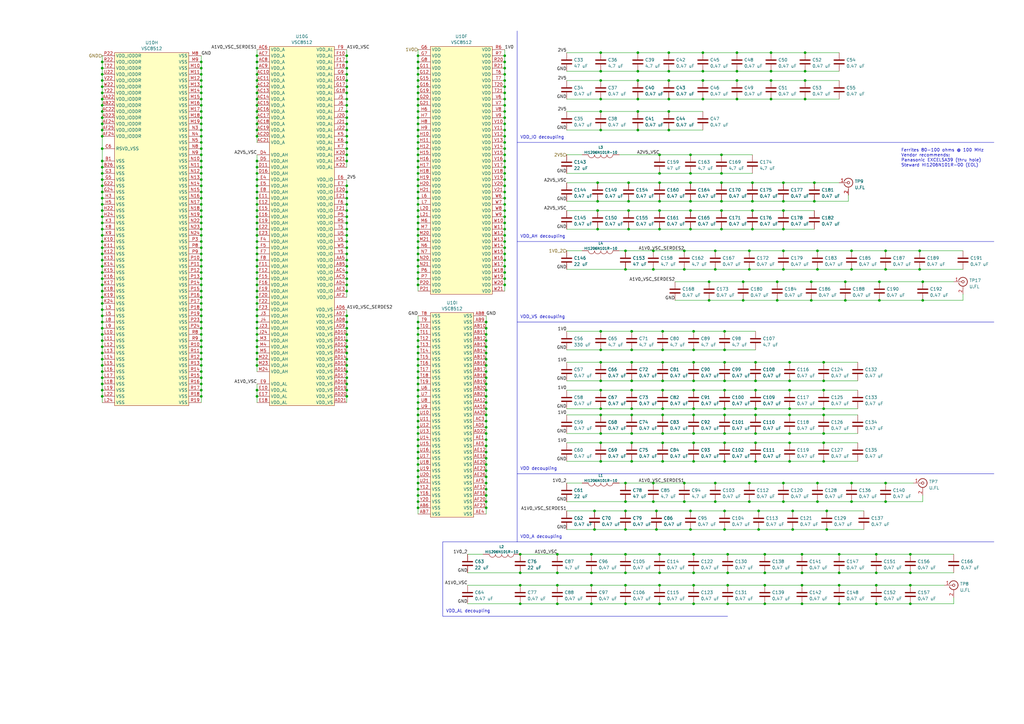
<source format=kicad_sch>
(kicad_sch (version 20231120) (generator "eeschema") (generator_version "8.0")
  (paper "A3")
  (title_block (title "LATENTRED Line Card") (date "2025-05-20") (rev "0.1b") (company "Antikernel Labs") (comment 1 "Andrew D. Zonenberg"))
  (junction (at 171.45 195.58))
  (junction (at 363.22 110.49))
  (junction (at 261.62 53.34))
  (junction (at 228.6 227.33))
  (junction (at 344.17 234.95))
  (junction (at 283.21 82.55))
  (junction (at 246.38 53.34))
  (junction (at 105.41 144.78))
  (junction (at 142.24 38.1))
  (junction (at 142.24 111.76))
  (junction (at 142.24 83.82))
  (junction (at 323.85 181.61))
  (junction (at 105.41 104.14))
  (junction (at 171.45 154.94))
  (junction (at 82.55 162.56))
  (junction (at 228.6 234.95))
  (junction (at 323.85 156.21))
  (junction (at 245.11 93.98))
  (junction (at 41.91 60.96))
  (junction (at 105.41 162.56))
  (junction (at 373.38 234.95))
  (junction (at 213.36 240.03))
  (junction (at 284.48 143.51))
  (junction (at 359.41 227.33))
  (junction (at 309.88 156.21))
  (junction (at 199.39 193.04))
  (junction (at 199.39 190.5))
  (junction (at 337.82 181.61))
  (junction (at 274.32 33.02))
  (junction (at 142.24 109.22))
  (junction (at 339.09 209.55))
  (junction (at 41.91 25.4))
  (junction (at 82.55 91.44))
  (junction (at 105.41 127))
  (junction (at 207.01 81.28))
  (junction (at 41.91 71.12))
  (junction (at 297.18 177.8))
  (junction (at 246.38 143.51))
  (junction (at 284.48 148.59))
  (junction (at 246.38 167.64))
  (junction (at 288.29 40.64))
  (junction (at 308.61 82.55))
  (junction (at 199.39 180.34))
  (junction (at 41.91 45.72))
  (junction (at 41.91 129.54))
  (junction (at 246.38 135.89))
  (junction (at 302.26 33.02))
  (junction (at 142.24 58.42))
  (junction (at 274.32 45.72))
  (junction (at 82.55 134.62))
  (junction (at 41.91 96.52))
  (junction (at 142.24 86.36))
  (junction (at 199.39 134.62))
  (junction (at 295.91 86.36))
  (junction (at 295.91 74.93))
  (junction (at 199.39 175.26))
  (junction (at 142.24 99.06))
  (junction (at 328.93 247.65))
  (junction (at 82.55 50.8))
  (junction (at 207.01 76.2))
  (junction (at 246.38 177.8))
  (junction (at 259.08 148.59))
  (junction (at 309.88 148.59))
  (junction (at 82.55 86.36))
  (junction (at 270.51 240.03))
  (junction (at 259.08 177.8))
  (junction (at 321.31 198.12))
  (junction (at 259.08 143.51))
  (junction (at 105.41 88.9))
  (junction (at 82.55 124.46))
  (junction (at 243.84 217.17))
  (junction (at 284.48 234.95))
  (junction (at 41.91 73.66))
  (junction (at 256.54 110.49))
  (junction (at 378.46 115.57))
  (junction (at 142.24 50.8))
  (junction (at 261.62 21.59))
  (junction (at 199.39 144.78))
  (junction (at 171.45 198.12))
  (junction (at 41.91 124.46))
  (junction (at 270.51 63.5))
  (junction (at 283.21 63.5))
  (junction (at 171.45 134.62))
  (junction (at 142.24 106.68))
  (junction (at 171.45 149.86))
  (junction (at 82.55 149.86))
  (junction (at 41.91 35.56))
  (junction (at 105.41 38.1))
  (junction (at 142.24 160.02))
  (junction (at 267.97 205.74))
  (junction (at 321.31 93.98))
  (junction (at 171.45 165.1))
  (junction (at 82.55 114.3))
  (junction (at 41.91 86.36))
  (junction (at 171.45 205.74))
  (junction (at 307.34 102.87))
  (junction (at 105.41 93.98))
  (junction (at 105.41 86.36))
  (junction (at 171.45 53.34))
  (junction (at 142.24 116.84))
  (junction (at 171.45 81.28))
  (junction (at 105.41 50.8))
  (junction (at 41.91 93.98))
  (junction (at 82.55 119.38))
  (junction (at 41.91 38.1))
  (junction (at 261.62 40.64))
  (junction (at 82.55 137.16))
  (junction (at 41.91 106.68))
  (junction (at 283.21 93.98))
  (junction (at 171.45 167.64))
  (junction (at 142.24 157.48))
  (junction (at 41.91 121.92))
  (junction (at 309.88 177.8))
  (junction (at 283.21 74.93))
  (junction (at 377.19 102.87))
  (junction (at 346.71 123.19))
  (junction (at 105.41 53.34))
  (junction (at 171.45 208.28))
  (junction (at 171.45 73.66))
  (junction (at 270.51 71.12))
  (junction (at 295.91 71.12))
  (junction (at 41.91 43.18))
  (junction (at 142.24 144.78))
  (junction (at 284.48 240.03))
  (junction (at 199.39 160.02))
  (junction (at 257.81 74.93))
  (junction (at 323.85 170.18))
  (junction (at 82.55 68.58))
  (junction (at 256.54 234.95))
  (junction (at 323.85 189.23))
  (junction (at 199.39 137.16))
  (junction (at 41.91 109.22))
  (junction (at 245.11 74.93))
  (junction (at 82.55 63.5))
  (junction (at 360.68 115.57))
  (junction (at 373.38 247.65))
  (junction (at 334.01 74.93))
  (junction (at 41.91 132.08))
  (junction (at 171.45 187.96))
  (junction (at 82.55 76.2))
  (junction (at 242.57 247.65))
  (junction (at 142.24 142.24))
  (junction (at 105.41 111.76))
  (junction (at 171.45 160.02))
  (junction (at 302.26 21.59))
  (junction (at 270.51 82.55))
  (junction (at 142.24 162.56))
  (junction (at 105.41 101.6))
  (junction (at 105.41 45.72))
  (junction (at 82.55 142.24))
  (junction (at 295.91 82.55))
  (junction (at 82.55 139.7))
  (junction (at 171.45 142.24))
  (junction (at 304.8 123.19))
  (junction (at 207.01 53.34))
  (junction (at 82.55 58.42))
  (junction (at 105.41 25.4))
  (junction (at 171.45 48.26))
  (junction (at 280.67 102.87))
  (junction (at 171.45 203.2))
  (junction (at 207.01 73.66))
  (junction (at 142.24 119.38))
  (junction (at 82.55 127))
  (junction (at 297.18 156.21))
  (junction (at 316.23 40.64))
  (junction (at 313.69 234.95))
  (junction (at 243.84 209.55))
  (junction (at 284.48 167.64))
  (junction (at 207.01 60.96))
  (junction (at 335.28 198.12))
  (junction (at 302.26 40.64))
  (junction (at 325.12 209.55))
  (junction (at 207.01 55.88))
  (junction (at 207.01 50.8))
  (junction (at 297.18 181.61))
  (junction (at 171.45 66.04))
  (junction (at 142.24 45.72))
  (junction (at 334.01 82.55))
  (junction (at 284.48 177.8))
  (junction (at 337.82 170.18))
  (junction (at 171.45 193.04))
  (junction (at 246.38 170.18))
  (junction (at 82.55 78.74))
  (junction (at 82.55 25.4))
  (junction (at 246.38 40.64))
  (junction (at 105.41 134.62))
  (junction (at 213.36 247.65))
  (junction (at 105.41 124.46))
  (junction (at 105.41 27.94))
  (junction (at 82.55 40.64))
  (junction (at 105.41 96.52))
  (junction (at 335.28 110.49))
  (junction (at 171.45 91.44))
  (junction (at 270.51 247.65))
  (junction (at 105.41 30.48))
  (junction (at 41.91 119.38))
  (junction (at 308.61 74.93))
  (junction (at 304.8 115.57))
  (junction (at 171.45 88.9))
  (junction (at 171.45 45.72))
  (junction (at 207.01 45.72))
  (junction (at 199.39 142.24))
  (junction (at 105.41 139.7))
  (junction (at 105.41 149.86))
  (junction (at 41.91 137.16))
  (junction (at 283.21 71.12))
  (junction (at 142.24 33.02))
  (junction (at 313.69 227.33))
  (junction (at 290.83 115.57))
  (junction (at 82.55 129.54))
  (junction (at 41.91 147.32))
  (junction (at 105.41 106.68))
  (junction (at 283.21 209.55))
  (junction (at 105.41 35.56))
  (junction (at 82.55 83.82))
  (junction (at 105.41 66.04))
  (junction (at 274.32 29.21))
  (junction (at 41.91 30.48))
  (junction (at 228.6 240.03))
  (junction (at 337.82 160.02))
  (junction (at 171.45 180.34))
  (junction (at 105.41 129.54))
  (junction (at 105.41 40.64))
  (junction (at 199.39 152.4))
  (junction (at 207.01 86.36))
  (junction (at 171.45 86.36))
  (junction (at 256.54 247.65))
  (junction (at 41.91 99.06))
  (junction (at 295.91 63.5))
  (junction (at 259.08 135.89))
  (junction (at 41.91 142.24))
  (junction (at 298.45 247.65))
  (junction (at 41.91 53.34))
  (junction (at 82.55 55.88))
  (junction (at 142.24 132.08))
  (junction (at 171.45 116.84))
  (junction (at 82.55 33.02))
  (junction (at 207.01 48.26))
  (junction (at 337.82 167.64))
  (junction (at 199.39 200.66))
  (junction (at 41.91 101.6))
  (junction (at 41.91 50.8))
  (junction (at 283.21 217.17))
  (junction (at 337.82 148.59))
  (junction (at 323.85 167.64))
  (junction (at 142.24 43.18))
  (junction (at 171.45 22.86))
  (junction (at 199.39 198.12))
  (junction (at 207.01 40.64))
  (junction (at 171.45 55.88))
  (junction (at 82.55 116.84))
  (junction (at 105.41 48.26))
  (junction (at 363.22 205.74))
  (junction (at 344.17 247.65))
  (junction (at 41.91 111.76))
  (junction (at 171.45 200.66))
  (junction (at 41.91 114.3))
  (junction (at 142.24 139.7))
  (junction (at 321.31 86.36))
  (junction (at 349.25 205.74))
  (junction (at 297.18 170.18))
  (junction (at 246.38 160.02))
  (junction (at 307.34 110.49))
  (junction (at 142.24 104.14))
  (junction (at 207.01 114.3))
  (junction (at 295.91 93.98))
  (junction (at 309.88 160.02))
  (junction (at 344.17 240.03))
  (junction (at 41.91 139.7))
  (junction (at 142.24 40.64))
  (junction (at 171.45 50.8))
  (junction (at 246.38 33.02))
  (junction (at 171.45 71.12))
  (junction (at 267.97 102.87))
  (junction (at 41.91 149.86))
  (junction (at 207.01 27.94))
  (junction (at 271.78 143.51))
  (junction (at 246.38 148.59))
  (junction (at 199.39 149.86))
  (junction (at 171.45 78.74))
  (junction (at 332.74 115.57))
  (junction (at 323.85 177.8))
  (junction (at 41.91 134.62))
  (junction (at 171.45 170.18))
  (junction (at 171.45 190.5))
  (junction (at 284.48 135.89))
  (junction (at 288.29 21.59))
  (junction (at 105.41 116.84))
  (junction (at 105.41 99.06))
  (junction (at 41.91 154.94))
  (junction (at 142.24 53.34))
  (junction (at 199.39 154.94))
  (junction (at 142.24 134.62))
  (junction (at 142.24 55.88))
  (junction (at 82.55 101.6))
  (junction (at 171.45 172.72))
  (junction (at 330.2 33.02))
  (junction (at 377.19 110.49))
  (junction (at 288.29 29.21))
  (junction (at 213.36 234.95))
  (junction (at 142.24 129.54))
  (junction (at 246.38 29.21))
  (junction (at 261.62 29.21))
  (junction (at 199.39 185.42))
  (junction (at 259.08 160.02))
  (junction (at 142.24 60.96))
  (junction (at 82.55 152.4))
  (junction (at 199.39 208.28))
  (junction (at 207.01 38.1))
  (junction (at 207.01 35.56))
  (junction (at 259.08 156.21))
  (junction (at 207.01 30.48))
  (junction (at 142.24 149.86))
  (junction (at 142.24 101.6))
  (junction (at 207.01 66.04))
  (junction (at 309.88 189.23))
  (junction (at 199.39 162.56))
  (junction (at 41.91 162.56))
  (junction (at 41.91 40.64))
  (junction (at 171.45 111.76))
  (junction (at 142.24 66.04))
  (junction (at 271.78 160.02))
  (junction (at 199.39 187.96))
  (junction (at 207.01 93.98))
  (junction (at 256.54 102.87))
  (junction (at 105.41 83.82))
  (junction (at 325.12 217.17))
  (junction (at 271.78 189.23))
  (junction (at 171.45 175.26))
  (junction (at 297.18 189.23))
  (junction (at 313.69 240.03))
  (junction (at 82.55 132.08))
  (junction (at 257.81 93.98))
  (junction (at 332.74 123.19))
  (junction (at 142.24 81.28))
  (junction (at 328.93 227.33))
  (junction (at 82.55 88.9))
  (junction (at 349.25 198.12))
  (junction (at 261.62 33.02))
  (junction (at 270.51 93.98))
  (junction (at 171.45 33.02))
  (junction (at 41.91 152.4))
  (junction (at 142.24 88.9))
  (junction (at 293.37 198.12))
  (junction (at 207.01 43.18))
  (junction (at 316.23 33.02))
  (junction (at 207.01 101.6))
  (junction (at 82.55 111.76))
  (junction (at 270.51 227.33))
  (junction (at 316.23 29.21))
  (junction (at 298.45 240.03))
  (junction (at 82.55 43.18))
  (junction (at 171.45 40.64))
  (junction (at 274.32 21.59))
  (junction (at 82.55 104.14))
  (junction (at 142.24 30.48))
  (junction (at 171.45 96.52))
  (junction (at 242.57 234.95))
  (junction (at 297.18 135.89))
  (junction (at 207.01 71.12))
  (junction (at 41.91 83.82))
  (junction (at 373.38 227.33))
  (junction (at 284.48 170.18))
  (junction (at 284.48 227.33))
  (junction (at 271.78 167.64))
  (junction (at 259.08 181.61))
  (junction (at 105.41 55.88))
  (junction (at 171.45 144.78))
  (junction (at 373.38 240.03))
  (junction (at 308.61 86.36))
  (junction (at 171.45 99.06))
  (junction (at 313.69 247.65))
  (junction (at 82.55 81.28))
  (junction (at 207.01 88.9))
  (junction (at 297.18 209.55))
  (junction (at 199.39 205.74))
  (junction (at 199.39 170.18))
  (junction (at 256.54 198.12))
  (junction (at 321.31 205.74))
  (junction (at 288.29 33.02))
  (junction (at 199.39 157.48))
  (junction (at 297.18 217.17))
  (junction (at 142.24 22.86))
  (junction (at 82.55 96.52))
  (junction (at 245.11 86.36))
  (junction (at 335.28 205.74))
  (junction (at 207.01 58.42))
  (junction (at 199.39 132.08))
  (junction (at 307.34 198.12))
  (junction (at 105.41 71.12))
  (junction (at 280.67 205.74))
  (junction (at 142.24 76.2))
  (junction (at 82.55 48.26))
  (junction (at 105.41 147.32))
  (junction (at 328.93 234.95))
  (junction (at 105.41 114.3))
  (junction (at 41.91 88.9))
  (junction (at 339.09 217.17))
  (junction (at 297.18 143.51))
  (junction (at 363.22 102.87))
  (junction (at 171.45 162.56))
  (junction (at 41.91 33.02))
  (junction (at 171.45 58.42))
  (junction (at 105.41 91.44))
  (junction (at 311.15 217.17))
  (junction (at 360.68 123.19))
  (junction (at 142.24 48.26))
  (junction (at 199.39 147.32))
  (junction (at 171.45 185.42))
  (junction (at 257.81 86.36))
  (junction (at 274.32 53.34))
  (junction (at 105.41 73.66))
  (junction (at 256.54 217.17))
  (junction (at 105.41 132.08))
  (junction (at 171.45 152.4))
  (junction (at 82.55 109.22))
  (junction (at 142.24 96.52))
  (junction (at 359.41 247.65))
  (junction (at 242.57 227.33))
  (junction (at 309.88 181.61))
  (junction (at 171.45 25.4))
  (junction (at 293.37 205.74))
  (junction (at 41.91 104.14))
  (junction (at 142.24 152.4))
  (junction (at 171.45 63.5))
  (junction (at 105.41 43.18))
  (junction (at 256.54 205.74))
  (junction (at 259.08 170.18))
  (junction (at 41.91 76.2))
  (junction (at 41.91 160.02))
  (junction (at 207.01 83.82))
  (junction (at 323.85 148.59))
  (junction (at 330.2 40.64))
  (junction (at 271.78 156.21))
  (junction (at 274.32 40.64))
  (junction (at 308.61 93.98))
  (junction (at 330.2 29.21))
  (junction (at 41.91 116.84))
  (junction (at 284.48 189.23))
  (junction (at 269.24 217.17))
  (junction (at 318.77 123.19))
  (junction (at 267.97 198.12))
  (junction (at 271.78 135.89))
  (junction (at 41.91 48.26))
  (junction (at 171.45 104.14))
  (junction (at 284.48 181.61))
  (junction (at 290.83 123.19))
  (junction (at 82.55 106.68))
  (junction (at 259.08 167.64))
  (junction (at 297.18 167.64))
  (junction (at 82.55 121.92))
  (junction (at 298.45 234.95))
  (junction (at 171.45 93.98))
  (junction (at 171.45 101.6))
  (junction (at 41.91 78.74))
  (junction (at 256.54 209.55))
  (junction (at 105.41 142.24))
  (junction (at 82.55 93.98))
  (junction (at 309.88 170.18))
  (junction (at 261.62 45.72))
  (junction (at 346.71 115.57))
  (junction (at 142.24 91.44))
  (junction (at 207.01 33.02))
  (junction (at 171.45 137.16))
  (junction (at 199.39 195.58))
  (junction (at 41.91 144.78))
  (junction (at 257.81 82.55))
  (junction (at 82.55 154.94))
  (junction (at 344.17 227.33))
  (junction (at 207.01 68.58))
  (junction (at 142.24 27.94))
  (junction (at 284.48 156.21))
  (junction (at 245.11 82.55))
  (junction (at 297.18 160.02))
  (junction (at 323.85 160.02))
  (junction (at 82.55 38.1))
  (junction (at 359.41 240.03))
  (junction (at 82.55 60.96))
  (junction (at 105.41 137.16))
  (junction (at 207.01 104.14))
  (junction (at 82.55 30.48))
  (junction (at 142.24 93.98))
  (junction (at 41.91 27.94))
  (junction (at 105.41 68.58))
  (junction (at 328.93 240.03))
  (junction (at 242.57 240.03))
  (junction (at 171.45 109.22))
  (junction (at 256.54 240.03))
  (junction (at 293.37 102.87))
  (junction (at 207.01 96.52))
  (junction (at 337.82 189.23))
  (junction (at 207.01 106.68))
  (junction (at 82.55 157.48))
  (junction (at 82.55 160.02))
  (junction (at 311.15 209.55))
  (junction (at 271.78 170.18))
  (junction (at 171.45 43.18))
  (junction (at 246.38 181.61))
  (junction (at 207.01 109.22))
  (junction (at 271.78 177.8))
  (junction (at 207.01 91.44))
  (junction (at 82.55 99.06))
  (junction (at 82.55 71.12))
  (junction (at 41.91 55.88))
  (junction (at 82.55 66.04))
  (junction (at 82.55 53.34))
  (junction (at 199.39 139.7))
  (junction (at 82.55 45.72))
  (junction (at 284.48 247.65))
  (junction (at 142.24 114.3))
  (junction (at 270.51 74.93))
  (junction (at 41.91 66.04))
  (junction (at 171.45 35.56))
  (junction (at 142.24 25.4))
  (junction (at 199.39 167.64))
  (junction (at 41.91 68.58))
  (junction (at 171.45 38.1))
  (junction (at 171.45 147.32))
  (junction (at 142.24 78.74))
  (junction (at 298.45 227.33))
  (junction (at 82.55 147.32))
  (junction (at 171.45 177.8))
  (junction (at 207.01 25.4))
  (junction (at 349.25 110.49))
  (junction (at 171.45 132.08))
  (junction (at 142.24 137.16))
  (junction (at 309.88 167.64))
  (junction (at 142.24 154.94))
  (junction (at 335.28 102.87))
  (junction (at 302.26 29.21))
  (junction (at 82.55 73.66))
  (junction (at 171.45 68.58))
  (junction (at 41.91 81.28))
  (junction (at 293.37 110.49))
  (junction (at 199.39 203.2))
  (junction (at 318.77 115.57))
  (junction (at 228.6 247.65))
  (junction (at 199.39 172.72))
  (junction (at 105.41 78.74))
  (junction (at 213.36 227.33))
  (junction (at 321.31 74.93))
  (junction (at 105.41 33.02))
  (junction (at 171.45 27.94))
  (junction (at 171.45 30.48))
  (junction (at 349.25 102.87))
  (junction (at 207.01 116.84))
  (junction (at 337.82 177.8))
  (junction (at 246.38 21.59))
  (junction (at 142.24 63.5))
  (junction (at 337.82 156.21))
  (junction (at 207.01 111.76))
  (junction (at 297.18 148.59))
  (junction (at 283.21 86.36))
  (junction (at 207.01 22.86))
  (junction (at 267.97 110.49))
  (junction (at 271.78 181.61))
  (junction (at 199.39 182.88))
  (junction (at 142.24 35.56))
  (junction (at 105.41 121.92))
  (junction (at 82.55 144.78))
  (junction (at 207.01 63.5))
  (junction (at 199.39 165.1))
  (junction (at 171.45 76.2))
  (junction (at 105.41 160.02))
  (junction (at 307.34 205.74))
  (junction (at 105.41 109.22))
  (junction (at 284.48 160.02))
  (junction (at 246.38 45.72))
  (junction (at 171.45 83.82))
  (junction (at 330.2 21.59))
  (junction (at 316.23 21.59))
  (junction (at 259.08 189.23))
  (junction (at 269.24 209.55))
  (junction (at 321.31 82.55))
  (junction (at 378.46 123.19))
  (junction (at 82.55 27.94))
  (junction (at 280.67 198.12))
  (junction (at 271.78 148.59))
  (junction (at 321.31 110.49))
  (junction (at 207.01 99.06))
  (junction (at 199.39 177.8))
  (junction (at 270.51 86.36))
  (junction (at 246.38 156.21))
  (junction (at 171.45 157.48))
  (junction (at 41.91 127))
  (junction (at 105.41 22.86))
  (junction (at 256.54 227.33))
  (junction (at 82.55 35.56))
  (junction (at 359.41 234.95))
  (junction (at 105.41 81.28))
  (junction (at 171.45 60.96))
  (junction (at 280.67 110.49))
  (junction (at 246.38 189.23))
  (junction (at 105.41 76.2))
  (junction (at 171.45 106.68))
  (junction (at 171.45 139.7))
  (junction (at 363.22 198.12))
  (junction (at 207.01 78.74))
  (junction (at 270.51 234.95))
  (junction (at 171.45 114.3))
  (junction (at 171.45 182.88))
  (junction (at 142.24 147.32))
  (junction (at 41.91 91.44))
  (junction (at 321.31 102.87))
  (junction (at 105.41 119.38))
  (junction (at 41.91 157.48))
  (polyline (pts (xy 212.09 194.31) (xy 407.67 194.31)))
  (wire (pts (xy 82.55 114.3) (xy 82.55 116.84)))
  (wire (pts (xy 254 102.87) (xy 256.54 102.87)))
  (wire (pts (xy 142.24 149.86) (xy 142.24 152.4)))
  (wire (pts (xy 142.24 134.62) (xy 142.24 137.16)))
  (polyline (pts (xy 181.61 252.73) (xy 298.45 252.73)))
  (wire (pts (xy 363.22 198.12) (xy 374.65 198.12)))
  (wire (pts (xy 105.41 33.02) (xy 105.41 35.56)))
  (wire (pts (xy 171.45 195.58) (xy 171.45 198.12)))
  (wire (pts (xy 271.78 148.59) (xy 284.48 148.59)))
  (wire (pts (xy 142.24 20.32) (xy 142.24 22.86)))
  (wire (pts (xy 321.31 198.12) (xy 335.28 198.12)))
  (wire (pts (xy 284.48 148.59) (xy 297.18 148.59)))
  (wire (pts (xy 256.54 209.55) (xy 269.24 209.55)))
  (wire (pts (xy 171.45 116.84) (xy 171.45 119.38)))
  (wire (pts (xy 256.54 205.74) (xy 267.97 205.74)))
  (wire (pts (xy 207.01 22.86) (xy 207.01 25.4)))
  (wire (pts (xy 261.62 40.64) (xy 274.32 40.64)))
  (wire (pts (xy 307.34 205.74) (xy 321.31 205.74)))
  (wire (pts (xy 41.91 114.3) (xy 41.91 116.84)))
  (wire (pts (xy 199.39 180.34) (xy 199.39 182.88)))
  (wire (pts (xy 41.91 71.12) (xy 41.91 73.66)))
  (wire (pts (xy 360.68 115.57) (xy 378.46 115.57)))
  (wire (pts (xy 349.25 110.49) (xy 363.22 110.49)))
  (wire (pts (xy 171.45 43.18) (xy 171.45 45.72)))
  (wire (pts (xy 142.24 83.82) (xy 142.24 86.36)))
  (wire (pts (xy 105.41 88.9) (xy 105.41 91.44)))
  (wire (pts (xy 377.19 102.87) (xy 394.97 102.87)))
  (wire (pts (xy 283.21 86.36) (xy 295.91 86.36)))
  (wire (pts (xy 297.18 156.21) (xy 309.88 156.21)))
  (wire (pts (xy 82.55 35.56) (xy 82.55 38.1)))
  (wire (pts (xy 171.45 137.16) (xy 171.45 139.7)))
  (wire (pts (xy 325.12 209.55) (xy 339.09 209.55)))
  (wire (pts (xy 82.55 152.4) (xy 82.55 154.94)))
  (wire (pts (xy 284.48 240.03) (xy 298.45 240.03)))
  (wire (pts (xy 171.45 205.74) (xy 171.45 208.28)))
  (wire (pts (xy 105.41 83.82) (xy 105.41 86.36)))
  (wire (pts (xy 323.85 189.23) (xy 337.82 189.23)))
  (wire (pts (xy 171.45 76.2) (xy 171.45 78.74)))
  (wire (pts (xy 261.62 21.59) (xy 274.32 21.59)))
  (wire (pts (xy 82.55 88.9) (xy 82.55 91.44)))
  (wire (pts (xy 309.88 181.61) (xy 323.85 181.61)))
  (wire (pts (xy 41.91 35.56) (xy 41.91 38.1)))
  (wire (pts (xy 41.91 132.08) (xy 41.91 134.62)))
  (wire (pts (xy 245.11 82.55) (xy 257.81 82.55)))
  (wire (pts (xy 105.41 68.58) (xy 105.41 71.12)))
  (wire (pts (xy 41.91 104.14) (xy 41.91 106.68)))
  (wire (pts (xy 142.24 127) (xy 142.24 129.54)))
  (wire (pts (xy 283.21 217.17) (xy 297.18 217.17)))
  (wire (pts (xy 270.51 227.33) (xy 284.48 227.33)))
  (wire (pts (xy 259.08 156.21) (xy 271.78 156.21)))
  (wire (pts (xy 271.78 167.64) (xy 284.48 167.64)))
  (wire (pts (xy 334.01 82.55) (xy 347.98 82.55)))
  (wire (pts (xy 330.2 29.21) (xy 344.17 29.21)))
  (wire (pts (xy 105.41 86.36) (xy 105.41 88.9)))
  (wire (pts (xy 284.48 170.18) (xy 297.18 170.18)))
  (wire (pts (xy 171.45 25.4) (xy 171.45 27.94)))
  (wire (pts (xy 41.91 152.4) (xy 41.91 154.94)))
  (wire (pts (xy 41.91 50.8) (xy 41.91 53.34)))
  (wire (pts (xy 142.24 154.94) (xy 142.24 157.48)))
  (wire (pts (xy 82.55 160.02) (xy 82.55 162.56)))
  (wire (pts (xy 142.24 55.88) (xy 142.24 58.42)))
  (wire (pts (xy 232.41 177.8) (xy 246.38 177.8)))
  (wire (pts (xy 232.41 156.21) (xy 246.38 156.21)))
  (wire (pts (xy 82.55 106.68) (xy 82.55 109.22)))
  (wire (pts (xy 199.39 142.24) (xy 199.39 144.78)))
  (wire (pts (xy 213.36 240.03) (xy 228.6 240.03)))
  (wire (pts (xy 308.61 82.55) (xy 321.31 82.55)))
  (wire (pts (xy 82.55 116.84) (xy 82.55 119.38)))
  (wire (pts (xy 311.15 217.17) (xy 325.12 217.17)))
  (wire (pts (xy 82.55 147.32) (xy 82.55 149.86)))
  (wire (pts (xy 105.41 111.76) (xy 105.41 114.3)))
  (wire (pts (xy 105.41 137.16) (xy 105.41 139.7)))
  (wire (pts (xy 284.48 177.8) (xy 297.18 177.8)))
  (wire (pts (xy 339.09 209.55) (xy 354.33 209.55)))
  (wire (pts (xy 105.41 30.48) (xy 105.41 33.02)))
  (wire (pts (xy 232.41 40.64) (xy 246.38 40.64)))
  (wire (pts (xy 242.57 240.03) (xy 256.54 240.03)))
  (wire (pts (xy 246.38 53.34) (xy 261.62 53.34)))
  (wire (pts (xy 297.18 170.18) (xy 309.88 170.18)))
  (wire (pts (xy 232.41 82.55) (xy 245.11 82.55)))
  (wire (pts (xy 232.41 53.34) (xy 246.38 53.34)))
  (wire (pts (xy 297.18 160.02) (xy 309.88 160.02)))
  (wire (pts (xy 307.34 198.12) (xy 321.31 198.12)))
  (wire (pts (xy 207.01 43.18) (xy 207.01 45.72)))
  (wire (pts (xy 349.25 198.12) (xy 363.22 198.12)))
  (wire (pts (xy 276.86 123.19) (xy 290.83 123.19)))
  (wire (pts (xy 171.45 114.3) (xy 171.45 116.84)))
  (wire (pts (xy 337.82 189.23) (xy 351.79 189.23)))
  (wire (pts (xy 304.8 115.57) (xy 318.77 115.57)))
  (wire (pts (xy 41.91 127) (xy 41.91 129.54)))
  (wire (pts (xy 207.01 106.68) (xy 207.01 109.22)))
  (wire (pts (xy 298.45 227.33) (xy 313.69 227.33)))
  (wire (pts (xy 391.16 247.65) (xy 391.16 245.11)))
  (wire (pts (xy 337.82 167.64) (xy 351.79 167.64)))
  (wire (pts (xy 297.18 177.8) (xy 309.88 177.8)))
  (wire (pts (xy 171.45 175.26) (xy 171.45 177.8)))
  (wire (pts (xy 171.45 203.2) (xy 171.45 205.74)))
  (wire (pts (xy 105.41 160.02) (xy 105.41 162.56)))
  (wire (pts (xy 82.55 157.48) (xy 82.55 160.02)))
  (wire (pts (xy 142.24 76.2) (xy 142.24 78.74)))
  (wire (pts (xy 307.34 110.49) (xy 321.31 110.49)))
  (wire (pts (xy 105.41 106.68) (xy 105.41 109.22)))
  (wire (pts (xy 309.88 189.23) (xy 323.85 189.23)))
  (wire (pts (xy 207.01 83.82) (xy 207.01 86.36)))
  (wire (pts (xy 142.24 40.64) (xy 142.24 43.18)))
  (wire (pts (xy 41.91 25.4) (xy 41.91 27.94)))
  (wire (pts (xy 344.17 240.03) (xy 359.41 240.03)))
  (wire (pts (xy 82.55 25.4) (xy 82.55 27.94)))
  (wire (pts (xy 280.67 205.74) (xy 293.37 205.74)))
  (wire (pts (xy 290.83 115.57) (xy 304.8 115.57)))
  (wire (pts (xy 246.38 167.64) (xy 259.08 167.64)))
  (wire (pts (xy 171.45 96.52) (xy 171.45 99.06)))
  (wire (pts (xy 256.54 234.95) (xy 270.51 234.95)))
  (wire (pts (xy 261.62 33.02) (xy 274.32 33.02)))
  (wire (pts (xy 171.45 30.48) (xy 171.45 33.02)))
  (wire (pts (xy 293.37 198.12) (xy 307.34 198.12)))
  (wire (pts (xy 349.25 205.74) (xy 363.22 205.74)))
  (wire (pts (xy 337.82 181.61) (xy 351.79 181.61)))
  (wire (pts (xy 288.29 33.02) (xy 302.26 33.02)))
  (wire (pts (xy 207.01 60.96) (xy 207.01 63.5)))
  (wire (pts (xy 284.48 234.95) (xy 298.45 234.95)))
  (wire (pts (xy 207.01 53.34) (xy 207.01 55.88)))
  (wire (pts (xy 344.17 234.95) (xy 359.41 234.95)))
  (wire (pts (xy 309.88 177.8) (xy 323.85 177.8)))
  (wire (pts (xy 105.41 114.3) (xy 105.41 116.84)))
  (wire (pts (xy 199.39 162.56) (xy 199.39 165.1)))
  (wire (pts (xy 105.41 132.08) (xy 105.41 134.62)))
  (wire (pts (xy 142.24 22.86) (xy 142.24 25.4)))
  (wire (pts (xy 344.17 247.65) (xy 359.41 247.65)))
  (wire (pts (xy 171.45 187.96) (xy 171.45 190.5)))
  (wire (pts (xy 199.39 203.2) (xy 199.39 205.74)))
  (wire (pts (xy 284.48 227.33) (xy 298.45 227.33)))
  (wire (pts (xy 213.36 227.33) (xy 228.6 227.33)))
  (wire (pts (xy 41.91 96.52) (xy 41.91 99.06)))
  (wire (pts (xy 82.55 78.74) (xy 82.55 81.28)))
  (wire (pts (xy 246.38 156.21) (xy 259.08 156.21)))
  (wire (pts (xy 246.38 177.8) (xy 259.08 177.8)))
  (wire (pts (xy 142.24 144.78) (xy 142.24 147.32)))
  (wire (pts (xy 213.36 234.95) (xy 228.6 234.95)))
  (wire (pts (xy 232.41 74.93) (xy 245.11 74.93)))
  (wire (pts (xy 232.41 148.59) (xy 246.38 148.59)))
  (wire (pts (xy 313.69 234.95) (xy 328.93 234.95)))
  (wire (pts (xy 41.91 116.84) (xy 41.91 119.38)))
  (wire (pts (xy 142.24 132.08) (xy 142.24 134.62)))
  (wire (pts (xy 171.45 35.56) (xy 171.45 38.1)))
  (wire (pts (xy 207.01 76.2) (xy 207.01 78.74)))
  (wire (pts (xy 228.6 240.03) (xy 242.57 240.03)))
  (wire (pts (xy 142.24 73.66) (xy 142.24 76.2)))
  (wire (pts (xy 280.67 110.49) (xy 293.37 110.49)))
  (wire (pts (xy 171.45 142.24) (xy 171.45 144.78)))
  (wire (pts (xy 323.85 156.21) (xy 337.82 156.21)))
  (wire (pts (xy 105.41 93.98) (xy 105.41 96.52)))
  (wire (pts (xy 82.55 58.42) (xy 82.55 60.96)))
  (wire (pts (xy 321.31 82.55) (xy 334.01 82.55)))
  (wire (pts (xy 207.01 71.12) (xy 207.01 73.66)))
  (wire (pts (xy 82.55 137.16) (xy 82.55 139.7)))
  (wire (pts (xy 82.55 111.76) (xy 82.55 114.3)))
  (wire (pts (xy 207.01 30.48) (xy 207.01 33.02)))
  (wire (pts (xy 199.39 193.04) (xy 199.39 195.58)))
  (wire (pts (xy 232.41 102.87) (xy 238.76 102.87)))
  (wire (pts (xy 171.45 68.58) (xy 171.45 71.12)))
  (wire (pts (xy 232.41 167.64) (xy 246.38 167.64)))
  (wire (pts (xy 142.24 78.74) (xy 142.24 81.28)))
  (wire (pts (xy 259.08 167.64) (xy 271.78 167.64)))
  (wire (pts (xy 297.18 167.64) (xy 309.88 167.64)))
  (wire (pts (xy 41.91 68.58) (xy 41.91 71.12)))
  (wire (pts (xy 323.85 170.18) (xy 337.82 170.18)))
  (wire (pts (xy 259.08 160.02) (xy 271.78 160.02)))
  (wire (pts (xy 171.45 180.34) (xy 171.45 182.88)))
  (wire (pts (xy 316.23 21.59) (xy 330.2 21.59)))
  (wire (pts (xy 142.24 27.94) (xy 142.24 30.48)))
  (wire (pts (xy 309.88 160.02) (xy 323.85 160.02)))
  (wire (pts (xy 328.93 240.03) (xy 344.17 240.03)))
  (wire (pts (xy 330.2 40.64) (xy 344.17 40.64)))
  (wire (pts (xy 142.24 93.98) (xy 142.24 96.52)))
  (wire (pts (xy 232.41 21.59) (xy 246.38 21.59)))
  (wire (pts (xy 171.45 177.8) (xy 171.45 180.34)))
  (wire (pts (xy 288.29 29.21) (xy 302.26 29.21)))
  (wire (pts (xy 246.38 45.72) (xy 261.62 45.72)))
  (wire (pts (xy 271.78 156.21) (xy 284.48 156.21)))
  (wire (pts (xy 199.39 129.54) (xy 199.39 132.08)))
  (wire (pts (xy 259.08 189.23) (xy 271.78 189.23)))
  (wire (pts (xy 171.45 48.26) (xy 171.45 50.8)))
  (wire (pts (xy 105.41 157.48) (xy 105.41 160.02)))
  (wire (pts (xy 171.45 73.66) (xy 171.45 76.2)))
  (wire (pts (xy 316.23 33.02) (xy 330.2 33.02)))
  (wire (pts (xy 82.55 101.6) (xy 82.55 104.14)))
  (wire (pts (xy 242.57 234.95) (xy 256.54 234.95)))
  (wire (pts (xy 82.55 162.56) (xy 82.55 165.1)))
  (wire (pts (xy 82.55 132.08) (xy 82.55 134.62)))
  (wire (pts (xy 171.45 157.48) (xy 171.45 160.02)))
  (wire (pts (xy 199.39 198.12) (xy 199.39 200.66)))
  (wire (pts (xy 41.91 129.54) (xy 41.91 132.08)))
  (wire (pts (xy 290.83 123.19) (xy 304.8 123.19)))
  (wire (pts (xy 335.28 198.12) (xy 349.25 198.12)))
  (polyline (pts (xy 212.09 222.25) (xy 407.67 222.25)))
  (wire (pts (xy 302.26 33.02) (xy 316.23 33.02)))
  (wire (pts (xy 256.54 240.03) (xy 270.51 240.03)))
  (wire (pts (xy 105.41 121.92) (xy 105.41 124.46)))
  (wire (pts (xy 232.41 110.49) (xy 256.54 110.49)))
  (polyline (pts (xy 212.09 99.06) (xy 407.67 99.06)))
  (wire (pts (xy 297.18 209.55) (xy 311.15 209.55)))
  (wire (pts (xy 142.24 162.56) (xy 142.24 165.1)))
  (wire (pts (xy 207.01 101.6) (xy 207.01 104.14)))
  (wire (pts (xy 41.91 66.04) (xy 41.91 68.58)))
  (wire (pts (xy 41.91 30.48) (xy 41.91 33.02)))
  (wire (pts (xy 284.48 156.21) (xy 297.18 156.21)))
  (wire (pts (xy 297.18 189.23) (xy 309.88 189.23)))
  (wire (pts (xy 142.24 53.34) (xy 142.24 55.88)))
  (wire (pts (xy 254 198.12) (xy 256.54 198.12)))
  (wire (pts (xy 82.55 96.52) (xy 82.55 99.06)))
  (wire (pts (xy 171.45 27.94) (xy 171.45 30.48)))
  (wire (pts (xy 330.2 21.59) (xy 344.17 21.59)))
  (wire (pts (xy 363.22 110.49) (xy 377.19 110.49)))
  (wire (pts (xy 228.6 247.65) (xy 242.57 247.65)))
  (wire (pts (xy 41.91 101.6) (xy 41.91 104.14)))
  (wire (pts (xy 242.57 227.33) (xy 256.54 227.33)))
  (wire (pts (xy 105.41 71.12) (xy 105.41 73.66)))
  (wire (pts (xy 105.41 66.04) (xy 105.41 68.58)))
  (wire (pts (xy 207.01 109.22) (xy 207.01 111.76)))
  (wire (pts (xy 82.55 55.88) (xy 82.55 58.42)))
  (wire (pts (xy 82.55 129.54) (xy 82.55 132.08)))
  (wire (pts (xy 313.69 247.65) (xy 328.93 247.65)))
  (wire (pts (xy 171.45 198.12) (xy 171.45 200.66)))
  (wire (pts (xy 295.91 63.5) (xy 308.61 63.5)))
  (wire (pts (xy 302.26 21.59) (xy 316.23 21.59)))
  (wire (pts (xy 82.55 30.48) (xy 82.55 33.02)))
  (wire (pts (xy 274.32 21.59) (xy 288.29 21.59)))
  (wire (pts (xy 363.22 205.74) (xy 378.46 205.74)))
  (wire (pts (xy 171.45 149.86) (xy 171.45 152.4)))
  (wire (pts (xy 256.54 110.49) (xy 267.97 110.49)))
  (wire (pts (xy 207.01 63.5) (xy 207.01 66.04)))
  (wire (pts (xy 41.91 45.72) (xy 41.91 48.26)))
  (wire (pts (xy 199.39 147.32) (xy 199.39 149.86)))
  (wire (pts (xy 105.41 109.22) (xy 105.41 111.76)))
  (wire (pts (xy 105.41 101.6) (xy 105.41 104.14)))
  (wire (pts (xy 105.41 73.66) (xy 105.41 76.2)))
  (wire (pts (xy 142.24 43.18) (xy 142.24 45.72)))
  (wire (pts (xy 207.01 111.76) (xy 207.01 114.3)))
  (wire (pts (xy 207.01 88.9) (xy 207.01 91.44)))
  (wire (pts (xy 232.41 209.55) (xy 243.84 209.55)))
  (wire (pts (xy 199.39 152.4) (xy 199.39 154.94)))
  (wire (pts (xy 41.91 53.34) (xy 41.91 55.88)))
  (wire (pts (xy 199.39 187.96) (xy 199.39 190.5)))
  (wire (pts (xy 313.69 240.03) (xy 328.93 240.03)))
  (wire (pts (xy 82.55 154.94) (xy 82.55 157.48)))
  (wire (pts (xy 308.61 93.98) (xy 321.31 93.98)))
  (wire (pts (xy 295.91 86.36) (xy 308.61 86.36)))
  (wire (pts (xy 171.45 129.54) (xy 171.45 132.08)))
  (wire (pts (xy 337.82 177.8) (xy 351.79 177.8)))
  (polyline (pts (xy 212.09 132.08) (xy 407.67 132.08)))
  (wire (pts (xy 269.24 217.17) (xy 283.21 217.17)))
  (wire (pts (xy 360.68 123.19) (xy 378.46 123.19)))
  (wire (pts (xy 142.24 137.16) (xy 142.24 139.7)))
  (wire (pts (xy 142.24 157.48) (xy 142.24 160.02)))
  (wire (pts (xy 302.26 29.21) (xy 316.23 29.21)))
  (wire (pts (xy 105.41 76.2) (xy 105.41 78.74)))
  (wire (pts (xy 284.48 160.02) (xy 297.18 160.02)))
  (wire (pts (xy 199.39 208.28) (xy 199.39 210.82)))
  (wire (pts (xy 270.51 86.36) (xy 283.21 86.36)))
  (wire (pts (xy 307.34 102.87) (xy 321.31 102.87)))
  (wire (pts (xy 142.24 81.28) (xy 142.24 83.82)))
  (wire (pts (xy 284.48 181.61) (xy 297.18 181.61)))
  (wire (pts (xy 232.41 160.02) (xy 246.38 160.02)))
  (wire (pts (xy 228.6 227.33) (xy 242.57 227.33)))
  (wire (pts (xy 105.41 53.34) (xy 105.41 55.88)))
  (wire (pts (xy 207.01 55.88) (xy 207.01 58.42)))
  (wire (pts (xy 373.38 234.95) (xy 391.16 234.95)))
  (wire (pts (xy 171.45 190.5) (xy 171.45 193.04)))
  (wire (pts (xy 41.91 38.1) (xy 41.91 40.64)))
  (wire (pts (xy 82.55 93.98) (xy 82.55 96.52)))
  (wire (pts (xy 337.82 156.21) (xy 351.79 156.21)))
  (wire (pts (xy 142.24 25.4) (xy 142.24 27.94)))
  (wire (pts (xy 359.41 247.65) (xy 373.38 247.65)))
  (wire (pts (xy 82.55 71.12) (xy 82.55 73.66)))
  (wire (pts (xy 142.24 96.52) (xy 142.24 99.06)))
  (wire (pts (xy 232.41 143.51) (xy 246.38 143.51)))
  (wire (pts (xy 394.97 120.65) (xy 394.97 123.19)))
  (wire (pts (xy 105.41 129.54) (xy 105.41 132.08)))
  (wire (pts (xy 246.38 181.61) (xy 259.08 181.61)))
  (wire (pts (xy 308.61 74.93) (xy 321.31 74.93)))
  (wire (pts (xy 271.78 160.02) (xy 284.48 160.02)))
  (wire (pts (xy 297.18 181.61) (xy 309.88 181.61)))
  (wire (pts (xy 257.81 82.55) (xy 270.51 82.55)))
  (wire (pts (xy 171.45 109.22) (xy 171.45 111.76)))
  (wire (pts (xy 171.45 38.1) (xy 171.45 40.64)))
  (wire (pts (xy 41.91 137.16) (xy 41.91 139.7)))
  (wire (pts (xy 82.55 38.1) (xy 82.55 40.64)))
  (wire (pts (xy 259.08 181.61) (xy 271.78 181.61)))
  (wire (pts (xy 349.25 102.87) (xy 363.22 102.87)))
  (wire (pts (xy 199.39 205.74) (xy 199.39 208.28)))
  (wire (pts (xy 257.81 74.93) (xy 270.51 74.93)))
  (wire (pts (xy 259.08 143.51) (xy 271.78 143.51)))
  (wire (pts (xy 270.51 63.5) (xy 283.21 63.5)))
  (wire (pts (xy 41.91 60.96) (xy 41.91 66.04)))
  (wire (pts (xy 41.91 162.56) (xy 41.91 165.1)))
  (wire (pts (xy 298.45 240.03) (xy 313.69 240.03)))
  (wire (pts (xy 261.62 53.34) (xy 274.32 53.34)))
  (wire (pts (xy 207.01 50.8) (xy 207.01 53.34)))
  (wire (pts (xy 142.24 38.1) (xy 142.24 40.64)))
  (wire (pts (xy 270.51 234.95) (xy 284.48 234.95)))
  (wire (pts (xy 288.29 40.64) (xy 302.26 40.64)))
  (wire (pts (xy 41.91 22.86) (xy 41.91 25.4)))
  (wire (pts (xy 171.45 144.78) (xy 171.45 147.32)))
  (wire (pts (xy 82.55 119.38) (xy 82.55 121.92)))
  (wire (pts (xy 142.24 142.24) (xy 142.24 144.78)))
  (wire (pts (xy 232.41 170.18) (xy 246.38 170.18)))
  (wire (pts (xy 207.01 93.98) (xy 207.01 96.52)))
  (wire (pts (xy 171.45 165.1) (xy 171.45 167.64)))
  (wire (pts (xy 232.41 93.98) (xy 245.11 93.98)))
  (wire (pts (xy 298.45 234.95) (xy 313.69 234.95)))
  (wire (pts (xy 330.2 33.02) (xy 344.17 33.02)))
  (wire (pts (xy 171.45 22.86) (xy 171.45 25.4)))
  (wire (pts (xy 359.41 234.95) (xy 373.38 234.95)))
  (wire (pts (xy 245.11 74.93) (xy 257.81 74.93)))
  (wire (pts (xy 256.54 227.33) (xy 270.51 227.33)))
  (wire (pts (xy 171.45 208.28) (xy 171.45 210.82)))
  (wire (pts (xy 199.39 185.42) (xy 199.39 187.96)))
  (wire (pts (xy 245.11 93.98) (xy 257.81 93.98)))
  (wire (pts (xy 105.41 43.18) (xy 105.41 45.72)))
  (wire (pts (xy 105.41 127) (xy 105.41 129.54)))
  (wire (pts (xy 41.91 86.36) (xy 41.91 88.9)))
  (wire (pts (xy 309.88 156.21) (xy 323.85 156.21)))
  (wire (pts (xy 142.24 91.44) (xy 142.24 93.98)))
  (wire (pts (xy 276.86 115.57) (xy 290.83 115.57)))
  (wire (pts (xy 171.45 86.36) (xy 171.45 88.9)))
  (wire (pts (xy 274.32 45.72) (xy 288.29 45.72)))
  (wire (pts (xy 82.55 43.18) (xy 82.55 45.72)))
  (wire (pts (xy 142.24 30.48) (xy 142.24 33.02)))
  (wire (pts (xy 293.37 102.87) (xy 307.34 102.87)))
  (wire (pts (xy 246.38 148.59) (xy 259.08 148.59)))
  (wire (pts (xy 321.31 86.36) (xy 334.01 86.36)))
  (wire (pts (xy 82.55 33.02) (xy 82.55 35.56)))
  (wire (pts (xy 207.01 91.44) (xy 207.01 93.98)))
  (wire (pts (xy 171.45 83.82) (xy 171.45 86.36)))
  (wire (pts (xy 332.74 115.57) (xy 346.71 115.57)))
  (wire (pts (xy 335.28 110.49) (xy 349.25 110.49)))
  (wire (pts (xy 207.01 40.64) (xy 207.01 43.18)))
  (wire (pts (xy 199.39 167.64) (xy 199.39 170.18)))
  (wire (pts (xy 41.91 99.06) (xy 41.91 101.6)))
  (wire (pts (xy 82.55 91.44) (xy 82.55 93.98)))
  (wire (pts (xy 105.41 124.46) (xy 105.41 127)))
  (wire (pts (xy 283.21 93.98) (xy 295.91 93.98)))
  (wire (pts (xy 82.55 68.58) (xy 82.55 71.12)))
  (wire (pts (xy 171.45 63.5) (xy 171.45 66.04)))
  (wire (pts (xy 245.11 86.36) (xy 257.81 86.36)))
  (wire (pts (xy 297.18 217.17) (xy 311.15 217.17)))
  (polyline (pts (xy 181.61 222.25) (xy 181.61 252.73)))
  (wire (pts (xy 105.41 81.28) (xy 105.41 83.82)))
  (wire (pts (xy 171.45 160.02) (xy 171.45 162.56)))
  (wire (pts (xy 373.38 240.03) (xy 387.35 240.03)))
  (wire (pts (xy 256.54 102.87) (xy 267.97 102.87)))
  (wire (pts (xy 105.41 134.62) (xy 105.41 137.16)))
  (wire (pts (xy 283.21 209.55) (xy 297.18 209.55)))
  (wire (pts (xy 283.21 63.5) (xy 295.91 63.5)))
  (wire (pts (xy 199.39 175.26) (xy 199.39 177.8)))
  (wire (pts (xy 105.41 142.24) (xy 105.41 144.78)))
  (wire (pts (xy 105.41 116.84) (xy 105.41 119.38)))
  (wire (pts (xy 259.08 177.8) (xy 271.78 177.8)))
  (wire (pts (xy 142.24 86.36) (xy 142.24 88.9)))
  (wire (pts (xy 105.41 96.52) (xy 105.41 99.06)))
  (wire (pts (xy 323.85 148.59) (xy 337.82 148.59)))
  (wire (pts (xy 82.55 83.82) (xy 82.55 86.36)))
  (wire (pts (xy 171.45 167.64) (xy 171.45 170.18)))
  (wire (pts (xy 199.39 170.18) (xy 199.39 172.72)))
  (wire (pts (xy 41.91 144.78) (xy 41.91 147.32)))
  (wire (pts (xy 171.45 88.9) (xy 171.45 91.44)))
  (wire (pts (xy 171.45 40.64) (xy 171.45 43.18)))
  (wire (pts (xy 297.18 148.59) (xy 309.88 148.59)))
  (wire (pts (xy 267.97 205.74) (xy 280.67 205.74)))
  (wire (pts (xy 171.45 162.56) (xy 171.45 165.1)))
  (wire (pts (xy 246.38 160.02) (xy 259.08 160.02)))
  (wire (pts (xy 142.24 33.02) (xy 142.24 35.56)))
  (wire (pts (xy 105.41 45.72) (xy 105.41 48.26)))
  (wire (pts (xy 41.91 43.18) (xy 41.91 45.72)))
  (wire (pts (xy 82.55 63.5) (xy 82.55 66.04)))
  (wire (pts (xy 199.39 165.1) (xy 199.39 167.64)))
  (wire (pts (xy 246.38 29.21) (xy 261.62 29.21)))
  (wire (pts (xy 257.81 86.36) (xy 270.51 86.36)))
  (wire (pts (xy 328.93 234.95) (xy 344.17 234.95)))
  (wire (pts (xy 105.41 144.78) (xy 105.41 147.32)))
  (wire (pts (xy 274.32 33.02) (xy 288.29 33.02)))
  (wire (pts (xy 207.01 73.66) (xy 207.01 76.2)))
  (wire (pts (xy 284.48 143.51) (xy 297.18 143.51)))
  (wire (pts (xy 82.55 109.22) (xy 82.55 111.76)))
  (wire (pts (xy 171.45 60.96) (xy 171.45 63.5)))
  (wire (pts (xy 335.28 102.87) (xy 349.25 102.87)))
  (wire (pts (xy 171.45 93.98) (xy 171.45 96.52)))
  (wire (pts (xy 344.17 227.33) (xy 359.41 227.33)))
  (wire (pts (xy 171.45 45.72) (xy 171.45 48.26)))
  (wire (pts (xy 328.93 227.33) (xy 344.17 227.33)))
  (wire (pts (xy 284.48 247.65) (xy 298.45 247.65)))
  (wire (pts (xy 337.82 170.18) (xy 351.79 170.18)))
  (wire (pts (xy 171.45 106.68) (xy 171.45 109.22)))
  (wire (pts (xy 337.82 148.59) (xy 351.79 148.59)))
  (wire (pts (xy 270.51 74.93) (xy 283.21 74.93)))
  (wire (pts (xy 246.38 143.51) (xy 259.08 143.51)))
  (wire (pts (xy 284.48 135.89) (xy 297.18 135.89)))
  (wire (pts (xy 346.71 115.57) (xy 360.68 115.57)))
  (wire (pts (xy 142.24 66.04) (xy 142.24 68.58)))
  (wire (pts (xy 207.01 114.3) (xy 207.01 116.84)))
  (wire (pts (xy 271.78 170.18) (xy 284.48 170.18)))
  (wire (pts (xy 171.45 33.02) (xy 171.45 35.56)))
  (wire (pts (xy 199.39 177.8) (xy 199.39 180.34)))
  (wire (pts (xy 232.41 181.61) (xy 246.38 181.61)))
  (wire (pts (xy 171.45 78.74) (xy 171.45 81.28)))
  (wire (pts (xy 246.38 21.59) (xy 261.62 21.59)))
  (wire (pts (xy 41.91 147.32) (xy 41.91 149.86)))
  (wire (pts (xy 171.45 200.66) (xy 171.45 203.2)))
  (wire (pts (xy 232.41 45.72) (xy 246.38 45.72)))
  (wire (pts (xy 199.39 172.72) (xy 199.39 175.26)))
  (wire (pts (xy 41.91 27.94) (xy 41.91 30.48)))
  (wire (pts (xy 243.84 217.17) (xy 256.54 217.17)))
  (wire (pts (xy 82.55 124.46) (xy 82.55 127)))
  (wire (pts (xy 82.55 139.7) (xy 82.55 142.24)))
  (wire (pts (xy 41.91 78.74) (xy 41.91 81.28)))
  (wire (pts (xy 280.67 102.87) (xy 293.37 102.87)))
  (wire (pts (xy 82.55 127) (xy 82.55 129.54)))
  (wire (pts (xy 142.24 152.4) (xy 142.24 154.94)))
  (wire (pts (xy 207.01 68.58) (xy 207.01 71.12)))
  (wire (pts (xy 171.45 71.12) (xy 171.45 73.66)))
  (wire (pts (xy 171.45 91.44) (xy 171.45 93.98)))
  (wire (pts (xy 105.41 147.32) (xy 105.41 149.86)))
  (wire (pts (xy 359.41 240.03) (xy 373.38 240.03)))
  (wire (pts (xy 82.55 45.72) (xy 82.55 48.26)))
  (wire (pts (xy 232.41 63.5) (xy 238.76 63.5)))
  (wire (pts (xy 256.54 198.12) (xy 267.97 198.12)))
  (wire (pts (xy 308.61 86.36) (xy 321.31 86.36)))
  (wire (pts (xy 283.21 74.93) (xy 295.91 74.93)))
  (wire (pts (xy 105.41 149.86) (xy 105.41 152.4)))
  (wire (pts (xy 171.45 55.88) (xy 171.45 58.42)))
  (wire (pts (xy 232.41 217.17) (xy 243.84 217.17)))
  (wire (pts (xy 347.98 82.55) (xy 347.98 80.01)))
  (wire (pts (xy 207.01 25.4) (xy 207.01 27.94)))
  (wire (pts (xy 207.01 99.06) (xy 207.01 101.6)))
  (wire (pts (xy 297.18 143.51) (xy 309.88 143.51)))
  (wire (pts (xy 82.55 22.86) (xy 82.55 25.4)))
  (wire (pts (xy 309.88 170.18) (xy 323.85 170.18)))
  (wire (pts (xy 199.39 137.16) (xy 199.39 139.7)))
  (wire (pts (xy 261.62 45.72) (xy 274.32 45.72)))
  (wire (pts (xy 105.41 162.56) (xy 105.41 165.1)))
  (wire (pts (xy 171.45 81.28) (xy 171.45 83.82)))
  (wire (pts (xy 232.41 33.02) (xy 246.38 33.02)))
  (wire (pts (xy 105.41 25.4) (xy 105.41 27.94)))
  (wire (pts (xy 41.91 157.48) (xy 41.91 160.02)))
  (wire (pts (xy 41.91 149.86) (xy 41.91 152.4)))
  (wire (pts (xy 323.85 167.64) (xy 337.82 167.64)))
  (wire (pts (xy 142.24 109.22) (xy 142.24 111.76)))
  (wire (pts (xy 171.45 66.04) (xy 171.45 68.58)))
  (wire (pts (xy 213.36 247.65) (xy 228.6 247.65)))
  (wire (pts (xy 82.55 40.64) (xy 82.55 43.18)))
  (wire (pts (xy 295.91 93.98) (xy 308.61 93.98)))
  (wire (pts (xy 82.55 76.2) (xy 82.55 78.74)))
  (wire (pts (xy 232.41 86.36) (xy 245.11 86.36)))
  (wire (pts (xy 41.91 55.88) (xy 41.91 60.96)))
  (wire (pts (xy 199.39 195.58) (xy 199.39 198.12)))
  (wire (pts (xy 207.01 86.36) (xy 207.01 88.9)))
  (wire (pts (xy 242.57 247.65) (xy 256.54 247.65)))
  (wire (pts (xy 105.41 91.44) (xy 105.41 93.98)))
  (wire (pts (xy 378.46 205.74) (xy 378.46 203.2)))
  (wire (pts (xy 199.39 200.66) (xy 199.39 203.2)))
  (wire (pts (xy 142.24 88.9) (xy 142.24 91.44)))
  (wire (pts (xy 82.55 48.26) (xy 82.55 50.8)))
  (wire (pts (xy 232.41 205.74) (xy 256.54 205.74)))
  (wire (pts (xy 274.32 40.64) (xy 288.29 40.64)))
  (wire (pts (xy 82.55 53.34) (xy 82.55 55.88)))
  (wire (pts (xy 228.6 234.95) (xy 242.57 234.95)))
  (wire (pts (xy 318.77 123.19) (xy 332.74 123.19)))
  (wire (pts (xy 270.51 71.12) (xy 283.21 71.12)))
  (wire (pts (xy 332.74 123.19) (xy 346.71 123.19)))
  (wire (pts (xy 41.91 40.64) (xy 41.91 43.18)))
  (wire (pts (xy 82.55 81.28) (xy 82.55 83.82)))
  (wire (pts (xy 82.55 142.24) (xy 82.55 144.78)))
  (wire (pts (xy 199.39 182.88) (xy 199.39 185.42)))
  (wire (pts (xy 171.45 193.04) (xy 171.45 195.58)))
  (wire (pts (xy 256.54 217.17) (xy 269.24 217.17)))
  (wire (pts (xy 105.41 50.8) (xy 105.41 53.34)))
  (wire (pts (xy 297.18 135.89) (xy 309.88 135.89)))
  (wire (pts (xy 41.91 121.92) (xy 41.91 124.46)))
  (wire (pts (xy 41.91 106.68) (xy 41.91 109.22)))
  (wire (pts (xy 259.08 148.59) (xy 271.78 148.59)))
  (wire (pts (xy 316.23 40.64) (xy 330.2 40.64)))
  (wire (pts (xy 246.38 189.23) (xy 259.08 189.23)))
  (wire (pts (xy 41.91 48.26) (xy 41.91 50.8)))
  (wire (pts (xy 321.31 102.87) (xy 335.28 102.87)))
  (wire (pts (xy 199.39 160.02) (xy 199.39 162.56)))
  (wire (pts (xy 207.01 96.52) (xy 207.01 99.06)))
  (wire (pts (xy 337.82 160.02) (xy 351.79 160.02)))
  (wire (pts (xy 82.55 144.78) (xy 82.55 147.32)))
  (wire (pts (xy 325.12 217.17) (xy 339.09 217.17)))
  (wire (pts (xy 82.55 86.36) (xy 82.55 88.9)))
  (wire (pts (xy 207.01 81.28) (xy 207.01 83.82)))
  (wire (pts (xy 232.41 71.12) (xy 270.51 71.12)))
  (wire (pts (xy 199.39 139.7) (xy 199.39 142.24)))
  (wire (pts (xy 295.91 82.55) (xy 308.61 82.55)))
  (wire (pts (xy 142.24 147.32) (xy 142.24 149.86)))
  (wire (pts (xy 105.41 35.56) (xy 105.41 38.1)))
  (wire (pts (xy 246.38 135.89) (xy 259.08 135.89)))
  (wire (pts (xy 199.39 154.94) (xy 199.39 157.48)))
  (wire (pts (xy 270.51 240.03) (xy 284.48 240.03)))
  (wire (pts (xy 274.32 53.34) (xy 288.29 53.34)))
  (wire (pts (xy 142.24 139.7) (xy 142.24 142.24)))
  (wire (pts (xy 232.41 135.89) (xy 246.38 135.89)))
  (wire (pts (xy 283.21 71.12) (xy 295.91 71.12)))
  (wire (pts (xy 105.41 99.06) (xy 105.41 101.6)))
  (wire (pts (xy 259.08 170.18) (xy 271.78 170.18)))
  (wire (pts (xy 171.45 99.06) (xy 171.45 101.6)))
  (wire (pts (xy 207.01 33.02) (xy 207.01 35.56)))
  (wire (pts (xy 261.62 29.21) (xy 274.32 29.21)))
  (wire (pts (xy 171.45 152.4) (xy 171.45 154.94)))
  (wire (pts (xy 309.88 148.59) (xy 323.85 148.59)))
  (wire (pts (xy 323.85 177.8) (xy 337.82 177.8)))
  (wire (pts (xy 284.48 189.23) (xy 297.18 189.23)))
  (wire (pts (xy 373.38 227.33) (xy 391.16 227.33)))
  (wire (pts (xy 271.78 181.61) (xy 284.48 181.61)))
  (wire (pts (xy 334.01 74.93) (xy 344.17 74.93)))
  (wire (pts (xy 295.91 71.12) (xy 308.61 71.12)))
  (wire (pts (xy 105.41 139.7) (xy 105.41 142.24)))
  (wire (pts (xy 207.01 38.1) (xy 207.01 40.64)))
  (wire (pts (xy 191.77 247.65) (xy 213.36 247.65)))
  (wire (pts (xy 82.55 27.94) (xy 82.55 30.48)))
  (wire (pts (xy 41.91 119.38) (xy 41.91 121.92)))
  (wire (pts (xy 105.41 40.64) (xy 105.41 43.18)))
  (wire (pts (xy 363.22 102.87) (xy 377.19 102.87)))
  (wire (pts (xy 171.45 104.14) (xy 171.45 106.68)))
  (wire (pts (xy 142.24 50.8) (xy 142.24 53.34)))
  (wire (pts (xy 41.91 139.7) (xy 41.91 142.24)))
  (wire (pts (xy 377.19 110.49) (xy 394.97 110.49)))
  (wire (pts (xy 271.78 189.23) (xy 284.48 189.23)))
  (wire (pts (xy 246.38 170.18) (xy 259.08 170.18)))
  (wire (pts (xy 105.41 104.14) (xy 105.41 106.68)))
  (wire (pts (xy 82.55 104.14) (xy 82.55 106.68)))
  (wire (pts (xy 41.91 91.44) (xy 41.91 93.98)))
  (wire (pts (xy 105.41 27.94) (xy 105.41 30.48)))
  (wire (pts (xy 267.97 198.12) (xy 280.67 198.12)))
  (wire (pts (xy 41.91 111.76) (xy 41.91 114.3)))
  (wire (pts (xy 105.41 78.74) (xy 105.41 81.28)))
  (wire (pts (xy 171.45 111.76) (xy 171.45 114.3)))
  (wire (pts (xy 171.45 53.34) (xy 171.45 55.88)))
  (wire (pts (xy 207.01 78.74) (xy 207.01 81.28)))
  (wire (pts (xy 82.55 134.62) (xy 82.55 137.16)))
  (wire (pts (xy 142.24 104.14) (xy 142.24 106.68)))
  (wire (pts (xy 316.23 29.21) (xy 330.2 29.21)))
  (wire (pts (xy 105.41 20.32) (xy 105.41 22.86)))
  (wire (pts (xy 199.39 134.62) (xy 199.39 137.16)))
  (wire (pts (xy 323.85 160.02) (xy 337.82 160.02)))
  (wire (pts (xy 207.01 116.84) (xy 207.01 119.38)))
  (wire (pts (xy 82.55 50.8) (xy 82.55 53.34)))
  (wire (pts (xy 271.78 143.51) (xy 284.48 143.51)))
  (wire (pts (xy 105.41 38.1) (xy 105.41 40.64)))
  (wire (pts (xy 293.37 110.49) (xy 307.34 110.49)))
  (wire (pts (xy 359.41 227.33) (xy 373.38 227.33)))
  (wire (pts (xy 288.29 21.59) (xy 302.26 21.59)))
  (wire (pts (xy 298.45 247.65) (xy 313.69 247.65)))
  (wire (pts (xy 171.45 185.42) (xy 171.45 187.96)))
  (wire (pts (xy 280.67 198.12) (xy 293.37 198.12)))
  (wire (pts (xy 171.45 170.18) (xy 171.45 172.72)))
  (wire (pts (xy 207.01 35.56) (xy 207.01 38.1)))
  (wire (pts (xy 142.24 101.6) (xy 142.24 104.14)))
  (wire (pts (xy 321.31 93.98) (xy 334.01 93.98)))
  (wire (pts (xy 142.24 35.56) (xy 142.24 38.1)))
  (wire (pts (xy 82.55 66.04) (xy 82.55 68.58)))
  (wire (pts (xy 142.24 106.68) (xy 142.24 109.22)))
  (wire (pts (xy 309.88 167.64) (xy 323.85 167.64)))
  (wire (pts (xy 199.39 144.78) (xy 199.39 147.32)))
  (wire (pts (xy 246.38 40.64) (xy 261.62 40.64)))
  (wire (pts (xy 232.41 189.23) (xy 246.38 189.23)))
  (wire (pts (xy 41.91 154.94) (xy 41.91 157.48)))
  (wire (pts (xy 232.41 198.12) (xy 238.76 198.12)))
  (wire (pts (xy 142.24 111.76) (xy 142.24 114.3)))
  (wire (pts (xy 199.39 190.5) (xy 199.39 193.04)))
  (wire (pts (xy 142.24 60.96) (xy 142.24 63.5)))
  (wire (pts (xy 295.91 74.93) (xy 308.61 74.93)))
  (wire (pts (xy 311.15 209.55) (xy 325.12 209.55)))
  (wire (pts (xy 207.01 58.42) (xy 207.01 60.96)))
  (wire (pts (xy 346.71 123.19) (xy 360.68 123.19)))
  (wire (pts (xy 339.09 217.17) (xy 354.33 217.17)))
  (wire (pts (xy 321.31 110.49) (xy 335.28 110.49)))
  (wire (pts (xy 142.24 129.54) (xy 142.24 132.08)))
  (wire (pts (xy 270.51 82.55) (xy 283.21 82.55)))
  (wire (pts (xy 191.77 234.95) (xy 213.36 234.95)))
  (wire (pts (xy 323.85 181.61) (xy 337.82 181.61)))
  (wire (pts (xy 378.46 115.57) (xy 391.16 115.57)))
  (wire (pts (xy 274.32 29.21) (xy 288.29 29.21)))
  (wire (pts (xy 199.39 149.86) (xy 199.39 152.4)))
  (wire (pts (xy 267.97 102.87) (xy 280.67 102.87)))
  (wire (pts (xy 41.91 83.82) (xy 41.91 86.36)))
  (wire (pts (xy 171.45 58.42) (xy 171.45 60.96)))
  (wire (pts (xy 105.41 63.5) (xy 105.41 66.04)))
  (wire (pts (xy 321.31 205.74) (xy 335.28 205.74)))
  (wire (pts (xy 142.24 63.5) (xy 142.24 66.04)))
  (wire (pts (xy 105.41 119.38) (xy 105.41 121.92)))
  (wire (pts (xy 335.28 205.74) (xy 349.25 205.74)))
  (wire (pts (xy 302.26 40.64) (xy 316.23 40.64)))
  (wire (pts (xy 171.45 182.88) (xy 171.45 185.42)))
  (wire (pts (xy 142.24 58.42) (xy 142.24 60.96)))
  (wire (pts (xy 232.41 29.21) (xy 246.38 29.21)))
  (wire (pts (xy 373.38 247.65) (xy 391.16 247.65)))
  (wire (pts (xy 171.45 139.7) (xy 171.45 142.24)))
  (wire (pts (xy 254 63.5) (xy 270.51 63.5)))
  (wire (pts (xy 199.39 132.08) (xy 199.39 134.62)))
  (wire (pts (xy 142.24 114.3) (xy 142.24 116.84)))
  (wire (pts (xy 207.01 48.26) (xy 207.01 50.8)))
  (wire (pts (xy 41.91 93.98) (xy 41.91 96.52)))
  (wire (pts (xy 105.41 48.26) (xy 105.41 50.8)))
  (wire (pts (xy 171.45 50.8) (xy 171.45 53.34)))
  (wire (pts (xy 105.41 55.88) (xy 105.41 58.42)))
  (wire (pts (xy 41.91 134.62) (xy 41.91 137.16)))
  (wire (pts (xy 191.77 240.03) (xy 213.36 240.03)))
  (wire (pts (xy 41.91 88.9) (xy 41.91 91.44)))
  (wire (pts (xy 41.91 33.02) (xy 41.91 35.56)))
  (wire (pts (xy 41.91 81.28) (xy 41.91 83.82)))
  (wire (pts (xy 328.93 247.65) (xy 344.17 247.65)))
  (wire (pts (xy 41.91 109.22) (xy 41.91 111.76)))
  (wire (pts (xy 41.91 160.02) (xy 41.91 162.56)))
  (wire (pts (xy 271.78 177.8) (xy 284.48 177.8)))
  (wire (pts (xy 207.01 27.94) (xy 207.01 30.48)))
  (wire (pts (xy 256.54 247.65) (xy 270.51 247.65)))
  (wire (pts (xy 267.97 110.49) (xy 280.67 110.49)))
  (wire (pts (xy 41.91 76.2) (xy 41.91 78.74)))
  (wire (pts (xy 318.77 115.57) (xy 332.74 115.57)))
  (wire (pts (xy 191.77 227.33) (xy 198.12 227.33)))
  (wire (pts (xy 199.39 157.48) (xy 199.39 160.02)))
  (wire (pts (xy 82.55 149.86) (xy 82.55 152.4)))
  (wire (pts (xy 271.78 135.89) (xy 284.48 135.89)))
  (wire (pts (xy 259.08 135.89) (xy 271.78 135.89)))
  (wire (pts (xy 378.46 123.19) (xy 394.97 123.19)))
  (wire (pts (xy 171.45 132.08) (xy 171.45 134.62)))
  (wire (pts (xy 171.45 147.32) (xy 171.45 149.86)))
  (wire (pts (xy 142.24 99.06) (xy 142.24 101.6)))
  (wire (pts (xy 82.55 73.66) (xy 82.55 76.2)))
  (wire (pts (xy 283.21 82.55) (xy 295.91 82.55)))
  (wire (pts (xy 269.24 209.55) (xy 283.21 209.55)))
  (wire (pts (xy 293.37 205.74) (xy 307.34 205.74)))
  (wire (pts (xy 171.45 154.94) (xy 171.45 157.48)))
  (wire (pts (xy 171.45 101.6) (xy 171.45 104.14)))
  (wire (pts (xy 171.45 20.32) (xy 171.45 22.86)))
  (wire (pts (xy 270.51 93.98) (xy 283.21 93.98)))
  (wire (pts (xy 82.55 99.06) (xy 82.55 101.6)))
  (wire (pts (xy 207.01 45.72) (xy 207.01 48.26)))
  (wire (pts (xy 41.91 73.66) (xy 41.91 76.2)))
  (wire (pts (xy 207.01 104.14) (xy 207.01 106.68)))
  (wire (pts (xy 321.31 74.93) (xy 334.01 74.93)))
  (wire (pts (xy 142.24 48.26) (xy 142.24 50.8)))
  (wire (pts (xy 207.01 66.04) (xy 207.01 68.58)))
  (wire (pts (xy 304.8 123.19) (xy 318.77 123.19)))
  (wire (pts (xy 270.51 247.65) (xy 284.48 247.65)))
  (wire (pts (xy 243.84 209.55) (xy 256.54 209.55)))
  (wire (pts (xy 171.45 134.62) (xy 171.45 137.16)))
  (wire (pts (xy 105.41 22.86) (xy 105.41 25.4)))
  (wire (pts (xy 142.24 45.72) (xy 142.24 48.26)))
  (wire (pts (xy 82.55 121.92) (xy 82.55 124.46)))
  (wire (pts (xy 284.48 167.64) (xy 297.18 167.64)))
  (wire (pts (xy 246.38 33.02) (xy 261.62 33.02)))
  (wire (pts (xy 313.69 227.33) (xy 328.93 227.33)))
  (wire (pts (xy 41.91 124.46) (xy 41.91 127)))
  (wire (pts (xy 82.55 60.96) (xy 82.55 63.5)))
  (wire (pts (xy 171.45 172.72) (xy 171.45 175.26)))
  (polyline (pts (xy 212.09 58.42) (xy 407.67 58.42)))
  (wire (pts (xy 142.24 116.84) (xy 142.24 119.38)))
  (wire (pts (xy 207.01 20.32) (xy 207.01 22.86)))
  (wire (pts (xy 142.24 160.02) (xy 142.24 162.56)))
  (wire (pts (xy 257.81 93.98) (xy 270.51 93.98)))
  (wire (pts (xy 41.91 142.24) (xy 41.91 144.78)))
  (polyline (pts (xy 212.09 222.25) (xy 181.61 222.25)))
  (polyline (pts (xy 212.09 12.7) (xy 212.09 222.25)))
  (wire (pts (xy 142.24 119.38) (xy 142.24 121.92)))
  (text "VDD_A decoupling" (at 213.36 220.98 0) (effects (font (size 1.27 1.27)) (justify left bottom)))
  (text "Ferrites 80-100 ohms @ 100 MHz\nVendor recommends:\nPanasonic EXCELSA39 (thru hole)\nSteward HI1206N101R-00 (EOL)" (at 369.57 68.58 0) (effects (font (size 1.27 1.27)) (justify left bottom)))
  (text "VDD_IO decoupling" (at 213.36 57.15 0) (effects (font (size 1.27 1.27)) (justify left bottom)))
  (text "VDD_VS decoupling" (at 213.36 130.81 0) (effects (font (size 1.27 1.27)) (justify left bottom)))
  (text "VDD_AL decoupling" (at 182.88 251.46 0) (effects (font (size 1.27 1.27)) (justify left bottom)))
  (text "VDD_AH decoupling" (at 213.36 97.79 0) (effects (font (size 1.27 1.27)) (justify left bottom)))
  (text "VDD decoupling" (at 213.36 193.04 0) (effects (font (size 1.27 1.27)) (justify left bottom)))
  (label "GND" (at 232.41 217.17 180))
  (label "GND" (at 82.55 22.86 0))
  (label "GND" (at 191.77 234.95 180))
  (label "1V0" (at 232.41 160.02 180))
  (label "A1V0_VSC_SERDES2" (at 276.86 115.57 180))
  (label "GND" (at 232.41 110.49 180))
  (label "A2V5_VSC" (at 232.41 86.36 180))
  (label "1V0" (at 207.01 20.32 0))
  (label "A2V5_VSC" (at 270.51 63.5 180))
  (label "2V5" (at 232.41 21.59 180))
  (label "GND" (at 232.41 167.64 180))
  (label "GND" (at 171.45 129.54 180))
  (label "A2V5_VSC" (at 232.41 74.93 180))
  (label "GND" (at 232.41 71.12 180))
  (label "1V0" (at 232.41 135.89 180))
  (label "1V0_2" (at 191.77 227.33 180))
  (label "GND" (at 232.41 189.23 180))
  (label "1V0" (at 232.41 148.59 180))
  (label "GND" (at 276.86 123.19 180))
  (label "GND" (at 232.41 29.21 180))
  (label "A1V0_VSC_SERDES1" (at 105.41 20.32 180))
  (label "A1V0_VSC_SERDES1" (at 232.41 209.55 180))
  (label "A1V0_VSC" (at 105.41 157.48 180))
  (label "2V5" (at 142.24 73.66 0))
  (label "A1V0_VSC" (at 191.77 240.03 180))
  (label "2V5" (at 232.41 33.02 180))
  (label "A1V0_VSC" (at 142.24 20.32 0))
  (label "A1V0_VSC_SERDES1" (at 280.67 198.12 180))
  (label "2V5" (at 232.41 45.72 180))
  (label "1V0" (at 232.41 170.18 180))
  (label "GND" (at 232.41 40.64 180))
  (label "GND" (at 191.77 247.65 180))
  (label "1V0" (at 232.41 181.61 180))
  (label "GND" (at 232.41 156.21 180))
  (label "GND" (at 232.41 53.34 180))
  (label "GND" (at 232.41 82.55 180))
  (label "A1V0_VSC" (at 228.6 227.33 180))
  (label "1V0_2" (at 232.41 198.12 180))
  (label "GND" (at 199.39 129.54 0))
  (label "A1V0_VSC_SERDES2" (at 280.67 102.87 180))
  (label "A2V5_VSC" (at 105.41 63.5 180))
  (label "GND" (at 232.41 205.74 180))
  (label "GND" (at 232.41 93.98 180))
  (label "A1V0_VSC_SERDES2" (at 142.24 127 0))
  (label "GND" (at 232.41 143.51 180))
  (label "GND" (at 232.41 177.8 180))
  (hierarchical_label "1V0_2" (shape input) (at 232.41 102.87 180))
  (hierarchical_label "GND" (shape input) (at 41.91 22.86 180))
  (hierarchical_label "2V5" (shape input) (at 232.41 63.5 180))
  (hierarchical_label "1V0" (shape input) (at 171.45 20.32 180))
  (symbol (lib_id "device:C") (at 359.41 231.14 0) (unit 1)
    (property "Reference" "C151" (at 362.331 230.3053 0) (effects (justify left)))
    (property "Value" "0.47 uF" (at 362.331 232.8422 0) (effects (justify left)))
    (property "Footprint" "azonenberg_pcb:EIA_0402_CAP_NOSILK" (effects (hide yes)))
  )
  (symbol (lib_id "device:C") (at 321.31 201.93 0) (unit 1)
    (property "Reference" "C120" (at 324.231 201.0953 0) (effects (justify left)))
    (property "Value" "0.47 uF" (at 324.231 203.6322 0) (effects (justify left)))
    (property "Footprint" "azonenberg_pcb:EIA_0402_CAP_NOSILK" (effects (hide yes)))
  )
  (symbol (lib_id "device:C") (at 283.21 78.74 0) (unit 1)
    (property "Reference" "C164" (at 286.131 77.9053 0) (effects (justify left)))
    (property "Value" "0.47 uF" (at 286.131 80.4422 0) (effects (justify left)))
    (property "Footprint" "azonenberg_pcb:EIA_0402_CAP_NOSILK" (effects (hide yes)))
  )
  (symbol (lib_id "device:C") (at 344.17 36.83 0) (unit 1)
    (property "Reference" "C55" (at 347.091 35.9953 0) (effects (justify left)))
    (property "Value" "0.47 uF" (at 347.091 38.5322 0) (effects (justify left)))
    (property "Footprint" "azonenberg_pcb:EIA_0402_CAP_NOSILK" (effects (hide yes)))
  )
  (symbol (lib_id "device:C") (at 232.41 78.74 0) (unit 1)
    (property "Reference" "C144" (at 235.331 77.9053 0) (effects (justify left)))
    (property "Value" "0.47 uF" (at 235.331 80.4422 0) (effects (justify left)))
    (property "Footprint" "azonenberg_pcb:EIA_0402_CAP_NOSILK" (effects (hide yes)))
  )
  (symbol (lib_id "device:C") (at 270.51 243.84 0) (unit 1)
    (property "Reference" "C115" (at 273.431 243.0053 0) (effects (justify left)))
    (property "Value" "0.47 uF" (at 273.431 245.5422 0) (effects (justify left)))
    (property "Footprint" "azonenberg_pcb:EIA_0402_CAP_NOSILK" (effects (hide yes)))
  )
  (symbol (lib_id "device:C") (at 245.11 78.74 0) (unit 1)
    (property "Reference" "C149" (at 248.031 77.9053 0) (effects (justify left)))
    (property "Value" "0.47 uF" (at 248.031 80.4422 0) (effects (justify left)))
    (property "Footprint" "azonenberg_pcb:EIA_0402_CAP_NOSILK" (effects (hide yes)))
  )
  (symbol (lib_id "device:C") (at 309.88 152.4 0) (unit 1)
    (property "Reference" "C108" (at 312.801 151.5653 0) (effects (justify left)))
    (property "Value" "0.47 uF" (at 312.801 154.1022 0) (effects (justify left)))
    (property "Footprint" "azonenberg_pcb:EIA_0402_CAP_NOSILK" (effects (hide yes)))
  )
  (symbol (lib_id "device:C") (at 246.38 173.99 0) (unit 1)
    (property "Reference" "C68" (at 249.301 173.1553 0) (effects (justify left)))
    (property "Value" "0.47 uF" (at 249.301 175.6922 0) (effects (justify left)))
    (property "Footprint" "azonenberg_pcb:EIA_0402_CAP_NOSILK" (effects (hide yes)))
  )
  (symbol (lib_id "device:C") (at 304.8 119.38 0) (unit 1)
    (property "Reference" "C180" (at 307.721 118.5453 0) (effects (justify left)))
    (property "Value" "0.47 uF" (at 307.721 121.0822 0) (effects (justify left)))
    (property "Footprint" "azonenberg_pcb:EIA_0402_CAP_NOSILK" (effects (hide yes)))
  )
  (symbol (lib_id "device:C") (at 232.41 67.31 0) (unit 1)
    (property "Reference" "C143" (at 235.331 66.4753 0) (effects (justify left)))
    (property "Value" "22 uF" (at 235.331 69.0122 0) (effects (justify left)))
    (property "Footprint" "azonenberg_pcb:EIA_1206_CAP_NOSILK" (effects (hide yes)))
  )
  (symbol (lib_id "device:C") (at 335.28 106.68 0) (unit 1)
    (property "Reference" "C183" (at 338.201 105.8453 0) (effects (justify left)))
    (property "Value" "0.47 uF" (at 338.201 108.3822 0) (effects (justify left)))
    (property "Footprint" "azonenberg_pcb:EIA_0402_CAP_NOSILK" (effects (hide yes)))
  )
  (symbol (lib_id "device:C") (at 232.41 106.68 0) (unit 1)
    (property "Reference" "C146" (at 235.331 105.8453 0) (effects (justify left)))
    (property "Value" "22 uF" (at 235.331 108.3822 0) (effects (justify left)))
    (property "Footprint" "azonenberg_pcb:EIA_0805_CAP_NOSILK" (effects (hide yes)))
  )
  (symbol (lib_id "device:C") (at 259.08 163.83 0) (unit 1)
    (property "Reference" "C73" (at 262.001 162.9953 0) (effects (justify left)))
    (property "Value" "0.47 uF" (at 262.001 165.5322 0) (effects (justify left)))
    (property "Footprint" "azonenberg_pcb:EIA_0402_CAP_NOSILK" (effects (hide yes)))
  )
  (symbol (lib_id "device:C") (at 246.38 139.7 0) (unit 1)
    (property "Reference" "C65" (at 249.301 138.8653 0) (effects (justify left)))
    (property "Value" "4.7 uF" (at 249.301 141.4022 0) (effects (justify left)))
    (property "Footprint" "azonenberg_pcb:EIA_0603_CAP_NOSILK" (effects (hide yes)))
  )
  (symbol (lib_id "device:C") (at 316.23 36.83 0) (unit 1)
    (property "Reference" "C51" (at 319.151 35.9953 0) (effects (justify left)))
    (property "Value" "0.47 uF" (at 319.151 38.5322 0) (effects (justify left)))
    (property "Footprint" "azonenberg_pcb:EIA_0402_CAP_NOSILK" (effects (hide yes)))
  )
  (symbol (lib_id "device:C") (at 259.08 152.4 0) (unit 1)
    (property "Reference" "C72" (at 262.001 151.5653 0) (effects (justify left)))
    (property "Value" "0.47 uF" (at 262.001 154.1022 0) (effects (justify left)))
    (property "Footprint" "azonenberg_pcb:EIA_0402_CAP_NOSILK" (effects (hide yes)))
  )
  (symbol (lib_id "device:C") (at 349.25 201.93 0) (unit 1)
    (property "Reference" "C136" (at 352.171 201.0953 0) (effects (justify left)))
    (property "Value" "0.47 uF" (at 352.171 203.6322 0) (effects (justify left)))
    (property "Footprint" "azonenberg_pcb:EIA_0402_CAP_NOSILK" (effects (hide yes)))
  )
  (symbol (lib_id "device:C") (at 297.18 213.36 0) (unit 1)
    (property "Reference" "C104" (at 300.101 212.5253 0) (effects (justify left)))
    (property "Value" "0.47 uF" (at 300.101 215.0622 0) (effects (justify left)))
    (property "Footprint" "azonenberg_pcb:EIA_0402_CAP_NOSILK" (effects (hide yes)))
  )
  (symbol (lib_id "device:C") (at 259.08 139.7 0) (unit 1)
    (property "Reference" "C71" (at 262.001 138.8653 0) (effects (justify left)))
    (property "Value" "4.7 uF" (at 262.001 141.4022 0) (effects (justify left)))
    (property "Footprint" "azonenberg_pcb:EIA_0603_CAP_NOSILK" (effects (hide yes)))
  )
  (symbol (lib_id "device:C") (at 309.88 173.99 0) (unit 1)
    (property "Reference" "C110" (at 312.801 173.1553 0) (effects (justify left)))
    (property "Value" "0.47 uF" (at 312.801 175.6922 0) (effects (justify left)))
    (property "Footprint" "azonenberg_pcb:EIA_0402_CAP_NOSILK" (effects (hide yes)))
  )
  (symbol (lib_id "microchip-azonenberg:VSC8512") (at 176.53 212.09 0) (unit 9)
    (property "Reference" "U10" (at 185.42 124.1763 0))
    (property "Value" "VSC8512" (at 185.42 126.6006 0))
    (property "Footprint" "azonenberg_pcb:BGA_676_27x27_FULLARRAY_1MM_FFG676" (effects (hide yes)))
  )
  (symbol (lib_id "device:C") (at 228.6 243.84 0) (unit 1)
    (property "Reference" "C88" (at 231.521 243.0053 0) (effects (justify left)))
    (property "Value" "0.47 uF" (at 231.521 245.5422 0) (effects (justify left)))
    (property "Footprint" "azonenberg_pcb:EIA_0402_CAP_NOSILK" (effects (hide yes)))
  )
  (symbol (lib_id "conn:CONN_COAXIAL") (at 378.46 198.12 0) (unit 1)
    (property "Reference" "TP7" (at 381.0001 197.5785 0) (effects (justify left)))
    (property "Value" "U.FL" (at 381.0001 200.1154 0) (effects (justify left)))
    (property "Footprint" "azonenberg_pcb:CONN_U.FL_TE_1909763-1" (effects (hide yes)))
  )
  (symbol (lib_id "device:C") (at 243.84 213.36 0) (unit 1)
    (property "Reference" "C70" (at 246.761 212.5253 0) (effects (justify left)))
    (property "Value" "0.47 uF" (at 246.761 215.0622 0) (effects (justify left)))
    (property "Footprint" "azonenberg_pcb:EIA_0402_CAP_NOSILK" (effects (hide yes)))
  )
  (symbol (lib_id "device:C") (at 256.54 243.84 0) (unit 1)
    (property "Reference" "C106" (at 259.461 243.0053 0) (effects (justify left)))
    (property "Value" "0.47 uF" (at 259.461 245.5422 0) (effects (justify left)))
    (property "Footprint" "azonenberg_pcb:EIA_0402_CAP_NOSILK" (effects (hide yes)))
  )
  (symbol (lib_id "device:C") (at 344.17 231.14 0) (unit 1)
    (property "Reference" "C147" (at 347.091 230.3053 0) (effects (justify left)))
    (property "Value" "0.47 uF" (at 347.091 232.8422 0) (effects (justify left)))
    (property "Footprint" "azonenberg_pcb:EIA_0402_CAP_NOSILK" (effects (hide yes)))
  )
  (symbol (lib_id "device:C") (at 261.62 25.4 0) (unit 1)
    (property "Reference" "C39" (at 264.541 24.5653 0) (effects (justify left)))
    (property "Value" "4.7 uF" (at 264.541 27.1022 0) (effects (justify left)))
    (property "Footprint" "azonenberg_pcb:EIA_0603_CAP_NOSILK" (effects (hide yes)))
  )
  (symbol (lib_id "device:C") (at 351.79 185.42 0) (unit 1)
    (property "Reference" "C135" (at 354.711 184.5853 0) (effects (justify left)))
    (property "Value" "0.47 uF" (at 354.711 187.1222 0) (effects (justify left)))
    (property "Footprint" "azonenberg_pcb:EIA_0402_CAP_NOSILK" (effects (hide yes)))
  )
  (symbol (lib_id "passive-azonenberg:INDUCTOR_PWROUT") (at 205.74 227.33 270) (unit 1)
    (property "Reference" "L2" (at 205.74 224.2686 90) (effects (font (size 1.016 1.016))))
    (property "Value" "HI1206N101R-10" (at 205.74 226.349 90) (effects (font (size 1.016 1.016))))
    (property "Footprint" "azonenberg_pcb:EIA_1206_CAP_NOSILK" (effects (hide yes)))
  )
  (symbol (lib_id "microchip-azonenberg:VSC8512") (at 46.99 166.37 0) (unit 8)
    (property "Reference" "U10" (at 62.23 17.4963 0))
    (property "Value" "VSC8512" (at 62.23 19.9206 0))
    (property "Footprint" "azonenberg_pcb:BGA_676_27x27_FULLARRAY_1MM_FFG676" (effects (hide yes)))
  )
  (symbol (lib_id "device:C") (at 323.85 173.99 0) (unit 1)
    (property "Reference" "C118" (at 326.771 173.1553 0) (effects (justify left)))
    (property "Value" "0.47 uF" (at 326.771 175.6922 0) (effects (justify left)))
    (property "Footprint" "azonenberg_pcb:EIA_0402_CAP_NOSILK" (effects (hide yes)))
  )
  (symbol (lib_id "device:C") (at 232.41 163.83 0) (unit 1)
    (property "Reference" "C58" (at 235.331 162.9953 0) (effects (justify left)))
    (property "Value" "0.47 uF" (at 235.331 165.5322 0) (effects (justify left)))
    (property "Footprint" "azonenberg_pcb:EIA_0402_CAP_NOSILK" (effects (hide yes)))
  )
  (symbol (lib_id "device:C") (at 323.85 163.83 0) (unit 1)
    (property "Reference" "C117" (at 326.771 162.9953 0) (effects (justify left)))
    (property "Value" "0.47 uF" (at 326.771 165.5322 0) (effects (justify left)))
    (property "Footprint" "azonenberg_pcb:EIA_0402_CAP_NOSILK" (effects (hide yes)))
  )
  (symbol (lib_id "device:C") (at 378.46 119.38 0) (unit 1)
    (property "Reference" "C192" (at 381.381 118.5453 0) (effects (justify left)))
    (property "Value" "0.47 uF" (at 381.381 121.0822 0) (effects (justify left)))
    (property "Footprint" "azonenberg_pcb:EIA_0402_CAP_NOSILK" (effects (hide yes)))
  )
  (symbol (lib_id "passive-azonenberg:INDUCTOR_PWROUT") (at 246.38 102.87 270) (unit 1)
    (property "Reference" "L4" (at 246.38 99.8086 90) (effects (font (size 1.016 1.016))))
    (property "Value" "HI1206N101R-10" (at 246.38 101.889 90) (effects (font (size 1.016 1.016))))
    (property "Footprint" "azonenberg_pcb:EIA_1206_CAP_NOSILK" (effects (hide yes)))
  )
  (symbol (lib_id "device:C") (at 298.45 231.14 0) (unit 1)
    (property "Reference" "C130" (at 301.371 230.3053 0) (effects (justify left)))
    (property "Value" "0.47 uF" (at 301.371 232.8422 0) (effects (justify left)))
    (property "Footprint" "azonenberg_pcb:EIA_0402_CAP_NOSILK" (effects (hide yes)))
  )
  (symbol (lib_id "device:C") (at 257.81 90.17 0) (unit 1)
    (property "Reference" "C155" (at 260.731 89.3353 0) (effects (justify left)))
    (property "Value" "0.47 uF" (at 260.731 91.8722 0) (effects (justify left)))
    (property "Footprint" "azonenberg_pcb:EIA_0402_CAP_NOSILK" (effects (hide yes)))
  )
  (symbol (lib_id "device:C") (at 302.26 25.4 0) (unit 1)
    (property "Reference" "C48" (at 305.181 24.5653 0) (effects (justify left)))
    (property "Value" "0.47 uF" (at 305.181 27.1022 0) (effects (justify left)))
    (property "Footprint" "azonenberg_pcb:EIA_0402_CAP_NOSILK" (effects (hide yes)))
  )
  (symbol (lib_id "device:C") (at 354.33 213.36 0) (unit 1)
    (property "Reference" "C137" (at 357.251 212.5253 0) (effects (justify left)))
    (property "Value" "0.47 uF" (at 357.251 215.0622 0) (effects (justify left)))
    (property "Footprint" "azonenberg_pcb:EIA_0402_CAP_NOSILK" (effects (hide yes)))
  )
  (symbol (lib_id "device:C") (at 293.37 106.68 0) (unit 1)
    (property "Reference" "C167" (at 296.291 105.8453 0) (effects (justify left)))
    (property "Value" "0.47 uF" (at 296.291 108.3822 0) (effects (justify left)))
    (property "Footprint" "azonenberg_pcb:EIA_0402_CAP_NOSILK" (effects (hide yes)))
  )
  (symbol (lib_id "device:C") (at 337.82 163.83 0) (unit 1)
    (property "Reference" "C125" (at 340.741 162.9953 0) (effects (justify left)))
    (property "Value" "0.47 uF" (at 340.741 165.5322 0) (effects (justify left)))
    (property "Footprint" "azonenberg_pcb:EIA_0402_CAP_NOSILK" (effects (hide yes)))
  )
  (symbol (lib_id "device:C") (at 311.15 213.36 0) (unit 1)
    (property "Reference" "C113" (at 314.071 212.5253 0) (effects (justify left)))
    (property "Value" "0.47 uF" (at 314.071 215.0622 0) (effects (justify left)))
    (property "Footprint" "azonenberg_pcb:EIA_0402_CAP_NOSILK" (effects (hide yes)))
  )
  (symbol (lib_id "device:C") (at 337.82 152.4 0) (unit 1)
    (property "Reference" "C124" (at 340.741 151.5653 0) (effects (justify left)))
    (property "Value" "0.47 uF" (at 340.741 154.1022 0) (effects (justify left)))
    (property "Footprint" "azonenberg_pcb:EIA_0402_CAP_NOSILK" (effects (hide yes)))
  )
  (symbol (lib_id "device:C") (at 256.54 213.36 0) (unit 1)
    (property "Reference" "C79" (at 259.461 212.5253 0) (effects (justify left)))
    (property "Value" "0.47 uF" (at 259.461 215.0622 0) (effects (justify left)))
    (property "Footprint" "azonenberg_pcb:EIA_0402_CAP_NOSILK" (effects (hide yes)))
  )
  (symbol (lib_id "device:C") (at 335.28 201.93 0) (unit 1)
    (property "Reference" "C128" (at 338.201 201.0953 0) (effects (justify left)))
    (property "Value" "0.47 uF" (at 338.201 203.6322 0) (effects (justify left)))
    (property "Footprint" "azonenberg_pcb:EIA_0402_CAP_NOSILK" (effects (hide yes)))
  )
  (symbol (lib_id "device:C") (at 297.18 163.83 0) (unit 1)
    (property "Reference" "C100" (at 300.101 162.9953 0) (effects (justify left)))
    (property "Value" "0.47 uF" (at 300.101 165.5322 0) (effects (justify left)))
    (property "Footprint" "azonenberg_pcb:EIA_0402_CAP_NOSILK" (effects (hide yes)))
  )
  (symbol (lib_id "device:C") (at 363.22 106.68 0) (unit 1)
    (property "Reference" "C187" (at 366.141 105.8453 0) (effects (justify left)))
    (property "Value" "0.47 uF" (at 366.141 108.3822 0) (effects (justify left)))
    (property "Footprint" "azonenberg_pcb:EIA_0402_CAP_NOSILK" (effects (hide yes)))
  )
  (symbol (lib_id "device:C") (at 295.91 67.31 0) (unit 1)
    (property "Reference" "C169" (at 298.831 66.4753 0) (effects (justify left)))
    (property "Value" "4.7 uF" (at 298.831 69.0122 0) (effects (justify left)))
    (property "Footprint" "azonenberg_pcb:EIA_0603_CAP_NOSILK" (effects (hide yes)))
  )
  (symbol (lib_id "device:C") (at 228.6 231.14 0) (unit 1)
    (property "Reference" "C87" (at 231.521 230.3053 0) (effects (justify left)))
    (property "Value" "4.7 uF" (at 231.521 232.8422 0) (effects (justify left)))
    (property "Footprint" "azonenberg_pcb:EIA_0603_CAP_NOSILK" (effects (hide yes)))
  )
  (symbol (lib_id "device:C") (at 274.32 36.83 0) (unit 1)
    (property "Reference" "C43" (at 277.241 35.9953 0) (effects (justify left)))
    (property "Value" "0.47 uF" (at 277.241 38.5322 0) (effects (justify left)))
    (property "Footprint" "azonenberg_pcb:EIA_0402_CAP_NOSILK" (effects (hide yes)))
  )
  (symbol (lib_id "device:C") (at 271.78 173.99 0) (unit 1)
    (property "Reference" "C83" (at 274.701 173.1553 0) (effects (justify left)))
    (property "Value" "0.47 uF" (at 274.701 175.6922 0) (effects (justify left)))
    (property "Footprint" "azonenberg_pcb:EIA_0402_CAP_NOSILK" (effects (hide yes)))
  )
  (symbol (lib_id "device:C") (at 332.74 119.38 0) (unit 1)
    (property "Reference" "C186" (at 335.661 118.5453 0) (effects (justify left)))
    (property "Value" "0.47 uF" (at 335.661 121.0822 0) (effects (justify left)))
    (property "Footprint" "azonenberg_pcb:EIA_0402_CAP_NOSILK" (effects (hide yes)))
  )
  (symbol (lib_id "device:C") (at 318.77 119.38 0) (unit 1)
    (property "Reference" "C184" (at 321.691 118.5453 0) (effects (justify left)))
    (property "Value" "0.47 uF" (at 321.691 121.0822 0) (effects (justify left)))
    (property "Footprint" "azonenberg_pcb:EIA_0402_CAP_NOSILK" (effects (hide yes)))
  )
  (symbol (lib_id "device:C") (at 283.21 213.36 0) (unit 1)
    (property "Reference" "C95" (at 286.131 212.5253 0) (effects (justify left)))
    (property "Value" "0.47 uF" (at 286.131 215.0622 0) (effects (justify left)))
    (property "Footprint" "azonenberg_pcb:EIA_0402_CAP_NOSILK" (effects (hide yes)))
  )
  (symbol (lib_id "device:C") (at 334.01 90.17 0) (unit 1)
    (property "Reference" "C182" (at 336.931 89.3353 0) (effects (justify left)))
    (property "Value" "0.47 uF" (at 336.931 91.8722 0) (effects (justify left)))
    (property "Footprint" "azonenberg_pcb:EIA_0402_CAP_NOSILK" (effects (hide yes)))
  )
  (symbol (lib_id "device:C") (at 351.79 152.4 0) (unit 1)
    (property "Reference" "C132" (at 354.711 151.5653 0) (effects (justify left)))
    (property "Value" "0.47 uF" (at 354.711 154.1022 0) (effects (justify left)))
    (property "Footprint" "azonenberg_pcb:EIA_0402_CAP_NOSILK" (effects (hide yes)))
  )
  (symbol (lib_id "device:C") (at 339.09 213.36 0) (unit 1)
    (property "Reference" "C129" (at 342.011 212.5253 0) (effects (justify left)))
    (property "Value" "0.47 uF" (at 342.011 215.0622 0) (effects (justify left)))
    (property "Footprint" "azonenberg_pcb:EIA_0402_CAP_NOSILK" (effects (hide yes)))
  )
  (symbol (lib_id "device:C") (at 284.48 231.14 0) (unit 1)
    (property "Reference" "C122" (at 287.401 230.3053 0) (effects (justify left)))
    (property "Value" "0.47 uF" (at 287.401 232.8422 0) (effects (justify left)))
    (property "Footprint" "azonenberg_pcb:EIA_0402_CAP_NOSILK" (effects (hide yes)))
  )
  (symbol (lib_id "device:C") (at 261.62 49.53 0) (unit 1)
    (property "Reference" "C41" (at 264.541 48.6953 0) (effects (justify left)))
    (property "Value" "0.47 uF" (at 264.541 51.2322 0) (effects (justify left)))
    (property "Footprint" "azonenberg_pcb:EIA_0402_CAP_NOSILK" (effects (hide yes)))
  )
  (symbol (lib_id "device:C") (at 232.41 49.53 0) (unit 1)
    (property "Reference" "C35" (at 235.331 48.6953 0) (effects (justify left)))
    (property "Value" "0.47 uF" (at 235.331 51.2322 0) (effects (justify left)))
    (property "Footprint" "azonenberg_pcb:EIA_0402_CAP_NOSILK" (effects (hide yes)))
  )
  (symbol (lib_id "device:C") (at 284.48 152.4 0) (unit 1)
    (property "Reference" "C90" (at 287.401 151.5653 0) (effects (justify left)))
    (property "Value" "0.47 uF" (at 287.401 154.1022 0) (effects (justify left)))
    (property "Footprint" "azonenberg_pcb:EIA_0402_CAP_NOSILK" (effects (hide yes)))
  )
  (symbol (lib_id "device:C") (at 360.68 119.38 0) (unit 1)
    (property "Reference" "C190" (at 363.601 118.5453 0) (effects (justify left)))
    (property "Value" "0.47 uF" (at 363.601 121.0822 0) (effects (justify left)))
    (property "Footprint" "azonenberg_pcb:EIA_0402_CAP_NOSILK" (effects (hide yes)))
  )
  (symbol (lib_id "device:C") (at 373.38 243.84 0) (unit 1)
    (property "Reference" "C157" (at 376.301 243.0053 0) (effects (justify left)))
    (property "Value" "0.47 uF" (at 376.301 245.5422 0) (effects (justify left)))
    (property "Footprint" "azonenberg_pcb:EIA_0402_CAP_NOSILK" (effects (hide yes)))
  )
  (symbol (lib_id "device:C") (at 232.41 139.7 0) (unit 1)
    (property "Reference" "C56" (at 235.331 138.8653 0) (effects (justify left)))
    (property "Value" "330 uF" (at 235.331 141.4022 0) (effects (justify left)))
    (property "Footprint" "azonenberg_pcb:EIA_1210_CAP_NOSILK" (effects (hide yes)))
  )
  (symbol (lib_id "device:C") (at 330.2 25.4 0) (unit 1)
    (property "Reference" "C52" (at 333.121 24.5653 0) (effects (justify left)))
    (property "Value" "0.47 uF" (at 333.121 27.1022 0) (effects (justify left)))
    (property "Footprint" "azonenberg_pcb:EIA_0402_CAP_NOSILK" (effects (hide yes)))
  )
  (symbol (lib_id "device:C") (at 280.67 106.68 0) (unit 1)
    (property "Reference" "C162" (at 283.591 105.8453 0) (effects (justify left)))
    (property "Value" "4.7 uF" (at 283.591 108.3822 0) (effects (justify left)))
    (property "Footprint" "azonenberg_pcb:EIA_0603_CAP_NOSILK" (effects (hide yes)))
  )
  (symbol (lib_id "device:C") (at 334.01 78.74 0) (unit 1)
    (property "Reference" "C181" (at 336.931 77.9053 0) (effects (justify left)))
    (property "Value" "0.47 uF" (at 336.931 80.4422 0) (effects (justify left)))
    (property "Footprint" "azonenberg_pcb:EIA_0402_CAP_NOSILK" (effects (hide yes)))
  )
  (symbol (lib_id "device:C") (at 246.38 185.42 0) (unit 1)
    (property "Reference" "C69" (at 249.301 184.5853 0) (effects (justify left)))
    (property "Value" "0.47 uF" (at 249.301 187.1222 0) (effects (justify left)))
    (property "Footprint" "azonenberg_pcb:EIA_0402_CAP_NOSILK" (effects (hide yes)))
  )
  (symbol (lib_id "device:C") (at 283.21 90.17 0) (unit 1)
    (property "Reference" "C165" (at 286.131 89.3353 0) (effects (justify left)))
    (property "Value" "0.47 uF" (at 286.131 91.8722 0) (effects (justify left)))
    (property "Footprint" "azonenberg_pcb:EIA_0402_CAP_NOSILK" (effects (hide yes)))
  )
  (symbol (lib_id "device:C") (at 284.48 139.7 0) (unit 1)
    (property "Reference" "C89" (at 287.401 138.8653 0) (effects (justify left)))
    (property "Value" "4.7 uF" (at 287.401 141.4022 0) (effects (justify left)))
    (property "Footprint" "azonenberg_pcb:EIA_0603_CAP_NOSILK" (effects (hide yes)))
  )
  (symbol (lib_id "device:C") (at 246.38 49.53 0) (unit 1)
    (property "Reference" "C38" (at 249.301 48.6953 0) (effects (justify left)))
    (property "Value" "0.47 uF" (at 249.301 51.2322 0) (effects (justify left)))
    (property "Footprint" "azonenberg_pcb:EIA_0402_CAP_NOSILK" (effects (hide yes)))
  )
  (symbol (lib_id "device:C") (at 288.29 49.53 0) (unit 1)
    (property "Reference" "C47" (at 291.211 48.6953 0) (effects (justify left)))
    (property "Value" "0.47 uF" (at 291.211 51.2322 0) (effects (justify left)))
    (property "Footprint" "azonenberg_pcb:EIA_0402_CAP_NOSILK" (effects (hide yes)))
  )
  (symbol (lib_id "device:C") (at 284.48 173.99 0) (unit 1)
    (property "Reference" "C92" (at 287.401 173.1553 0) (effects (justify left)))
    (property "Value" "0.47 uF" (at 287.401 175.6922 0) (effects (justify left)))
    (property "Footprint" "azonenberg_pcb:EIA_0402_CAP_NOSILK" (effects (hide yes)))
  )
  (symbol (lib_id "device:C") (at 213.36 243.84 0) (unit 1)
    (property "Reference" "C77" (at 216.281 243.0053 0) (effects (justify left)))
    (property "Value" "0.47 uF" (at 216.281 245.5422 0) (effects (justify left)))
    (property "Footprint" "azonenberg_pcb:EIA_0402_CAP_NOSILK" (effects (hide yes)))
  )
  (symbol (lib_id "device:C") (at 284.48 163.83 0) (unit 1)
    (property "Reference" "C91" (at 287.401 162.9953 0) (effects (justify left)))
    (property "Value" "0.47 uF" (at 287.401 165.5322 0) (effects (justify left)))
    (property "Footprint" "azonenberg_pcb:EIA_0402_CAP_NOSILK" (effects (hide yes)))
  )
  (symbol (lib_id "device:C") (at 232.41 25.4 0) (unit 1)
    (property "Reference" "C33" (at 235.331 24.5653 0) (effects (justify left)))
    (property "Value" "47 uF" (at 235.331 27.1022 0) (effects (justify left)))
    (property "Footprint" "azonenberg_pcb:EIA_1210_CAP_NOSILK" (effects (hide yes)))
  )
  (symbol (lib_id "device:C") (at 270.51 231.14 0) (unit 1)
    (property "Reference" "C114" (at 273.431 230.3053 0) (effects (justify left)))
    (property "Value" "0.47 uF" (at 273.431 232.8422 0) (effects (justify left)))
    (property "Footprint" "azonenberg_pcb:EIA_0402_CAP_NOSILK" (effects (hide yes)))
  )
  (symbol (lib_id "device:C") (at 270.51 78.74 0) (unit 1)
    (property "Reference" "C160" (at 273.431 77.9053 0) (effects (justify left)))
    (property "Value" "0.47 uF" (at 273.431 80.4422 0) (effects (justify left)))
    (property "Footprint" "azonenberg_pcb:EIA_0402_CAP_NOSILK" (effects (hide yes)))
  )
  (symbol (lib_id "device:C") (at 295.91 90.17 0) (unit 1)
    (property "Reference" "C171" (at 298.831 89.3353 0) (effects (justify left)))
    (property "Value" "0.47 uF" (at 298.831 91.8722 0) (effects (justify left)))
    (property "Footprint" "azonenberg_pcb:EIA_0402_CAP_NOSILK" (effects (hide yes)))
  )
  (symbol (lib_id "device:C") (at 271.78 185.42 0) (unit 1)
    (property "Reference" "C84" (at 274.701 184.5853 0) (effects (justify left)))
    (property "Value" "0.47 uF" (at 274.701 187.1222 0) (effects (justify left)))
    (property "Footprint" "azonenberg_pcb:EIA_0402_CAP_NOSILK" (effects (hide yes)))
  )
  (symbol (lib_id "device:C") (at 269.24 213.36 0) (unit 1)
    (property "Reference" "C86" (at 272.161 212.5253 0) (effects (justify left)))
    (property "Value" "0.47 uF" (at 272.161 215.0622 0) (effects (justify left)))
    (property "Footprint" "azonenberg_pcb:EIA_0402_CAP_NOSILK" (effects (hide yes)))
  )
  (symbol (lib_id "device:C") (at 259.08 185.42 0) (unit 1)
    (property "Reference" "C75" (at 262.001 184.5853 0) (effects (justify left)))
    (property "Value" "0.47 uF" (at 262.001 187.1222 0) (effects (justify left)))
    (property "Footprint" "azonenberg_pcb:EIA_0402_CAP_NOSILK" (effects (hide yes)))
  )
  (symbol (lib_id "device:C") (at 245.11 90.17 0) (unit 1)
    (property "Reference" "C150" (at 248.031 89.3353 0) (effects (justify left)))
    (property "Value" "0.47 uF" (at 248.031 91.8722 0) (effects (justify left)))
    (property "Footprint" "azonenberg_pcb:EIA_0402_CAP_NOSILK" (effects (hide yes)))
  )
  (symbol (lib_id "device:C") (at 259.08 173.99 0) (unit 1)
    (property "Reference" "C74" (at 262.001 173.1553 0) (effects (justify left)))
    (property "Value" "0.47 uF" (at 262.001 175.6922 0) (effects (justify left)))
    (property "Footprint" "azonenberg_pcb:EIA_0402_CAP_NOSILK" (effects (hide yes)))
  )
  (symbol (lib_id "device:C") (at 316.23 25.4 0) (unit 1)
    (property "Reference" "C50" (at 319.151 24.5653 0) (effects (justify left)))
    (property "Value" "0.47 uF" (at 319.151 27.1022 0) (effects (justify left)))
    (property "Footprint" "azonenberg_pcb:EIA_0402_CAP_NOSILK" (effects (hide yes)))
  )
  (symbol (lib_id "device:C") (at 232.41 173.99 0) (unit 1)
    (property "Reference" "C59" (at 235.331 173.1553 0) (effects (justify left)))
    (property "Value" "0.47 uF" (at 235.331 175.6922 0) (effects (justify left)))
    (property "Footprint" "azonenberg_pcb:EIA_0402_CAP_NOSILK" (effects (hide yes)))
  )
  (symbol (lib_id "device:C") (at 330.2 36.83 0) (unit 1)
    (property "Reference" "C53" (at 333.121 35.9953 0) (effects (justify left)))
    (property "Value" "0.47 uF" (at 333.121 38.5322 0) (effects (justify left)))
    (property "Footprint" "azonenberg_pcb:EIA_0402_CAP_NOSILK" (effects (hide yes)))
  )
  (symbol (lib_id "device:C") (at 325.12 213.36 0) (unit 1)
    (property "Reference" "C121" (at 328.041 212.5253 0) (effects (justify left)))
    (property "Value" "0.47 uF" (at 328.041 215.0622 0) (effects (justify left)))
    (property "Footprint" "azonenberg_pcb:EIA_0402_CAP_NOSILK" (effects (hide yes)))
  )
  (symbol (lib_id "device:C") (at 391.16 231.14 0) (unit 1)
    (property "Reference" "C166" (at 394.081 230.3053 0) (effects (justify left)))
    (property "Value" "0.47 uF" (at 394.081 232.8422 0) (effects (justify left)))
    (property "Footprint" "azonenberg_pcb:EIA_0402_CAP_NOSILK" (effects (hide yes)))
  )
  (symbol (lib_id "device:C") (at 256.54 106.68 0) (unit 1)
    (property "Reference" "C153" (at 259.461 105.8453 0) (effects (justify left)))
    (property "Value" "47 uF" (at 259.461 108.3822 0) (effects (justify left)))
    (property "Footprint" "azonenberg_pcb:EIA_1210_CAP_NOSILK" (effects (hide yes)))
  )
  (symbol (lib_id "device:C") (at 349.25 106.68 0) (unit 1)
    (property "Reference" "C185" (at 352.171 105.8453 0) (effects (justify left)))
    (property "Value" "0.47 uF" (at 352.171 108.3822 0) (effects (justify left)))
    (property "Footprint" "azonenberg_pcb:EIA_0402_CAP_NOSILK" (effects (hide yes)))
  )
  (symbol (lib_id "device:C") (at 302.26 36.83 0) (unit 1)
    (property "Reference" "C49" (at 305.181 35.9953 0) (effects (justify left)))
    (property "Value" "0.47 uF" (at 305.181 38.5322 0) (effects (justify left)))
    (property "Footprint" "azonenberg_pcb:EIA_0402_CAP_NOSILK" (effects (hide yes)))
  )
  (symbol (lib_id "device:C") (at 271.78 163.83 0) (unit 1)
    (property "Reference" "C82" (at 274.701 162.9953 0) (effects (justify left)))
    (property "Value" "0.47 uF" (at 274.701 165.5322 0) (effects (justify left)))
    (property "Footprint" "azonenberg_pcb:EIA_0402_CAP_NOSILK" (effects (hide yes)))
  )
  (symbol (lib_id "device:C") (at 276.86 119.38 0) (unit 1)
    (property "Reference" "C168" (at 279.781 118.5453 0) (effects (justify left)))
    (property "Value" "0.47 uF" (at 279.781 121.0822 0) (effects (justify left)))
    (property "Footprint" "azonenberg_pcb:EIA_0402_CAP_NOSILK" (effects (hide yes)))
  )
  (symbol (lib_id "device:C") (at 246.38 36.83 0) (unit 1)
    (property "Reference" "C37" (at 249.301 35.9953 0) (effects (justify left)))
    (property "Value" "0.47 uF" (at 249.301 38.5322 0) (effects (justify left)))
    (property "Footprint" "azonenberg_pcb:EIA_0402_CAP_NOSILK" (effects (hide yes)))
  )
  (symbol (lib_id "device:C") (at 242.57 243.84 0) (unit 1)
    (property "Reference" "C97" (at 245.491 243.0053 0) (effects (justify left)))
    (property "Value" "0.47 uF" (at 245.491 245.5422 0) (effects (justify left)))
    (property "Footprint" "azonenberg_pcb:EIA_0402_CAP_NOSILK" (effects (hide yes)))
  )
  (symbol (lib_id "device:C") (at 309.88 185.42 0) (unit 1)
    (property "Reference" "C111" (at 312.801 184.5853 0) (effects (justify left)))
    (property "Value" "0.47 uF" (at 312.801 187.1222 0) (effects (justify left)))
    (property "Footprint" "azonenberg_pcb:EIA_0402_CAP_NOSILK" (effects (hide yes)))
  )
  (symbol (lib_id "device:C") (at 363.22 201.93 0) (unit 1)
    (property "Reference" "C140" (at 366.141 201.0953 0) (effects (justify left)))
    (property "Value" "0.47 uF" (at 366.141 203.6322 0) (effects (justify left)))
    (property "Footprint" "azonenberg_pcb:EIA_0402_CAP_NOSILK" (effects (hide yes)))
  )
  (symbol (lib_id "device:C") (at 246.38 163.83 0) (unit 1)
    (property "Reference" "C67" (at 249.301 162.9953 0) (effects (justify left)))
    (property "Value" "0.47 uF" (at 249.301 165.5322 0) (effects (justify left)))
    (property "Footprint" "azonenberg_pcb:EIA_0402_CAP_NOSILK" (effects (hide yes)))
  )
  (symbol (lib_id "device:C") (at 313.69 231.14 0) (unit 1)
    (property "Reference" "C138" (at 316.611 230.3053 0) (effects (justify left)))
    (property "Value" "0.47 uF" (at 316.611 232.8422 0) (effects (justify left)))
    (property "Footprint" "azonenberg_pcb:EIA_0402_CAP_NOSILK" (effects (hide yes)))
  )
  (symbol (lib_id "device:C") (at 256.54 231.14 0) (unit 1)
    (property "Reference" "C105" (at 259.461 230.3053 0) (effects (justify left)))
    (property "Value" "0.47 uF" (at 259.461 232.8422 0) (effects (justify left)))
    (property "Footprint" "azonenberg_pcb:EIA_0402_CAP_NOSILK" (effects (hide yes)))
  )
  (symbol (lib_id "device:C") (at 346.71 119.38 0) (unit 1)
    (property "Reference" "C188" (at 349.631 118.5453 0) (effects (justify left)))
    (property "Value" "0.47 uF" (at 349.631 121.0822 0) (effects (justify left)))
    (property "Footprint" "azonenberg_pcb:EIA_0402_CAP_NOSILK" (effects (hide yes)))
  )
  (symbol (lib_id "device:C") (at 373.38 231.14 0) (unit 1)
    (property "Reference" "C156" (at 376.301 230.3053 0) (effects (justify left)))
    (property "Value" "0.47 uF" (at 376.301 232.8422 0) (effects (justify left)))
    (property "Footprint" "azonenberg_pcb:EIA_0402_CAP_NOSILK" (effects (hide yes)))
  )
  (symbol (lib_id "device:C") (at 280.67 201.93 0) (unit 1)
    (property "Reference" "C94" (at 283.591 201.0953 0) (effects (justify left)))
    (property "Value" "4.7 uF" (at 283.591 203.6322 0) (effects (justify left)))
    (property "Footprint" "azonenberg_pcb:EIA_0603_CAP_NOSILK" (effects (hide yes)))
  )
  (symbol (lib_id "device:C") (at 271.78 152.4 0) (unit 1)
    (property "Reference" "C81" (at 274.701 151.5653 0) (effects (justify left)))
    (property "Value" "0.47 uF" (at 274.701 154.1022 0) (effects (justify left)))
    (property "Footprint" "azonenberg_pcb:EIA_0402_CAP_NOSILK" (effects (hide yes)))
  )
  (symbol (lib_id "device:C") (at 309.88 163.83 0) (unit 1)
    (property "Reference" "C109" (at 312.801 162.9953 0) (effects (justify left)))
    (property "Value" "0.47 uF" (at 312.801 165.5322 0) (effects (justify left)))
    (property "Footprint" "azonenberg_pcb:EIA_0402_CAP_NOSILK" (effects (hide yes)))
  )
  (symbol (lib_id "device:C") (at 246.38 25.4 0) (unit 1)
    (property "Reference" "C36" (at 249.301 24.5653 0) (effects (justify left)))
    (property "Value" "4.7 uF" (at 249.301 27.1022 0) (effects (justify left)))
    (property "Footprint" "azonenberg_pcb:EIA_0603_CAP_NOSILK" (effects (hide yes)))
  )
  (symbol (lib_id "device:C") (at 267.97 106.68 0) (unit 1)
    (property "Reference" "C158" (at 270.891 105.8453 0) (effects (justify left)))
    (property "Value" "4.7 uF" (at 270.891 108.3822 0) (effects (justify left)))
    (property "Footprint" "azonenberg_pcb:EIA_0603_CAP_NOSILK" (effects (hide yes)))
  )
  (symbol (lib_id "passive-azonenberg:INDUCTOR_PWROUT") (at 246.38 63.5 270) (unit 1)
    (property "Reference" "L3" (at 246.38 60.4386 90) (effects (font (size 1.016 1.016))))
    (property "Value" "HI1206N101R-10" (at 246.38 62.519 90) (effects (font (size 1.016 1.016))))
    (property "Footprint" "azonenberg_pcb:EIA_1206_CAP_NOSILK" (effects (hide yes)))
  )
  (symbol (lib_id "device:C") (at 232.41 213.36 0) (unit 1)
    (property "Reference" "C62" (at 235.331 212.5253 0) (effects (justify left)))
    (property "Value" "0.47 uF" (at 235.331 215.0622 0) (effects (justify left)))
    (property "Footprint" "azonenberg_pcb:EIA_0402_CAP_NOSILK" (effects (hide yes)))
  )
  (symbol (lib_id "device:C") (at 191.77 243.84 0) (unit 1)
    (property "Reference" "C64" (at 194.691 243.0053 0) (effects (justify left)))
    (property "Value" "0.47 uF" (at 194.691 245.5422 0) (effects (justify left)))
    (property "Footprint" "azonenberg_pcb:EIA_0402_CAP_NOSILK" (effects (hide yes)))
  )
  (symbol (lib_id "device:C") (at 283.21 67.31 0) (unit 1)
    (property "Reference" "C163" (at 286.131 66.4753 0) (effects (justify left)))
    (property "Value" "4.7 uF" (at 286.131 69.0122 0) (effects (justify left)))
    (property "Footprint" "azonenberg_pcb:EIA_0603_CAP_NOSILK" (effects (hide yes)))
  )
  (symbol (lib_id "passive-azonenberg:INDUCTOR_PWROUT") (at 246.38 198.12 270) (unit 1)
    (property "Reference" "L1" (at 246.38 195.0586 90) (effects (font (size 1.016 1.016))))
    (property "Value" "HI1206N101R-10" (at 246.38 197.139 90) (effects (font (size 1.016 1.016))))
    (property "Footprint" "azonenberg_pcb:EIA_1206_CAP_NOSILK" (effects (hide yes)))
  )
  (symbol (lib_id "device:C") (at 297.18 185.42 0) (unit 1)
    (property "Reference" "C102" (at 300.101 184.5853 0) (effects (justify left)))
    (property "Value" "0.47 uF" (at 300.101 187.1222 0) (effects (justify left)))
    (property "Footprint" "azonenberg_pcb:EIA_0402_CAP_NOSILK" (effects (hide yes)))
  )
  (symbol (lib_id "device:C") (at 394.97 106.68 0) (unit 1)
    (property "Reference" "C191" (at 397.891 105.8453 0) (effects (justify left)))
    (property "Value" "0.47 uF" (at 397.891 108.3822 0) (effects (justify left)))
    (property "Footprint" "azonenberg_pcb:EIA_0402_CAP_NOSILK" (effects (hide yes)))
  )
  (symbol (lib_id "device:C") (at 267.97 201.93 0) (unit 1)
    (property "Reference" "C85" (at 270.891 201.0953 0) (effects (justify left)))
    (property "Value" "4.7 uF" (at 270.891 203.6322 0) (effects (justify left)))
    (property "Footprint" "azonenberg_pcb:EIA_0603_CAP_NOSILK" (effects (hide yes)))
  )
  (symbol (lib_id "device:C") (at 274.32 49.53 0) (unit 1)
    (property "Reference" "C44" (at 277.241 48.6953 0) (effects (justify left)))
    (property "Value" "0.47 uF" (at 277.241 51.2322 0) (effects (justify left)))
    (property "Footprint" "azonenberg_pcb:EIA_0402_CAP_NOSILK" (effects (hide yes)))
  )
  (symbol (lib_id "device:C") (at 323.85 185.42 0) (unit 1)
    (property "Reference" "C119" (at 326.771 184.5853 0) (effects (justify left)))
    (property "Value" "0.47 uF" (at 326.771 187.1222 0) (effects (justify left)))
    (property "Footprint" "azonenberg_pcb:EIA_0402_CAP_NOSILK" (effects (hide yes)))
  )
  (symbol (lib_id "device:C") (at 351.79 163.83 0) (unit 1)
    (property "Reference" "C133" (at 354.711 162.9953 0) (effects (justify left)))
    (property "Value" "0.47 uF" (at 354.711 165.5322 0) (effects (justify left)))
    (property "Footprint" "azonenberg_pcb:EIA_0402_CAP_NOSILK" (effects (hide yes)))
  )
  (symbol (lib_id "device:C") (at 232.41 152.4 0) (unit 1)
    (property "Reference" "C57" (at 235.331 151.5653 0) (effects (justify left)))
    (property "Value" "0.47 uF" (at 235.331 154.1022 0) (effects (justify left)))
    (property "Footprint" "azonenberg_pcb:EIA_0402_CAP_NOSILK" (effects (hide yes)))
  )
  (symbol (lib_id "device:C") (at 321.31 106.68 0) (unit 1)
    (property "Reference" "C179" (at 324.231 105.8453 0) (effects (justify left)))
    (property "Value" "0.47 uF" (at 324.231 108.3822 0) (effects (justify left)))
    (property "Footprint" "azonenberg_pcb:EIA_0402_CAP_NOSILK" (effects (hide yes)))
  )
  (symbol (lib_id "device:C") (at 232.41 90.17 0) (unit 1)
    (property "Reference" "C145" (at 235.331 89.3353 0) (effects (justify left)))
    (property "Value" "0.47 uF" (at 235.331 91.8722 0) (effects (justify left)))
    (property "Footprint" "azonenberg_pcb:EIA_0402_CAP_NOSILK" (effects (hide yes)))
  )
  (symbol (lib_id "device:C") (at 297.18 139.7 0) (unit 1)
    (property "Reference" "C98" (at 300.101 138.8653 0) (effects (justify left)))
    (property "Value" "4.7 uF" (at 300.101 141.4022 0) (effects (justify left)))
    (property "Footprint" "azonenberg_pcb:EIA_0603_CAP_NOSILK" (effects (hide yes)))
  )
  (symbol (lib_id "device:C") (at 308.61 78.74 0) (unit 1)
    (property "Reference" "C175" (at 311.531 77.9053 0) (effects (justify left)))
    (property "Value" "0.47 uF" (at 311.531 80.4422 0) (effects (justify left)))
    (property "Footprint" "azonenberg_pcb:EIA_0402_CAP_NOSILK" (effects (hide yes)))
  )
  (symbol (lib_id "device:C") (at 232.41 185.42 0) (unit 1)
    (property "Reference" "C60" (at 235.331 184.5853 0) (effects (justify left)))
    (property "Value" "0.47 uF" (at 235.331 187.1222 0) (effects (justify left)))
    (property "Footprint" "azonenberg_pcb:EIA_0402_CAP_NOSILK" (effects (hide yes)))
  )
  (symbol (lib_id "device:C") (at 242.57 231.14 0) (unit 1)
    (property "Reference" "C96" (at 245.491 230.3053 0) (effects (justify left)))
    (property "Value" "0.47 uF" (at 245.491 232.8422 0) (effects (justify left)))
    (property "Footprint" "azonenberg_pcb:EIA_0402_CAP_NOSILK" (effects (hide yes)))
  )
  (symbol (lib_id "microchip-azonenberg:VSC8512") (at 176.53 120.65 0) (unit 6)
    (property "Reference" "U10" (at 189.23 14.9563 0))
    (property "Value" "VSC8512" (at 189.23 17.3806 0))
    (property "Footprint" "azonenberg_pcb:BGA_676_27x27_FULLARRAY_1MM_FFG676" (effects (hide yes)))
  )
  (symbol (lib_id "device:C") (at 377.19 106.68 0) (unit 1)
    (property "Reference" "C189" (at 380.111 105.8453 0) (effects (justify left)))
    (property "Value" "0.47 uF" (at 380.111 108.3822 0) (effects (justify left)))
    (property "Footprint" "azonenberg_pcb:EIA_0402_CAP_NOSILK" (effects (hide yes)))
  )
  (symbol (lib_id "device:C") (at 256.54 201.93 0) (unit 1)
    (property "Reference" "C78" (at 259.461 201.0953 0) (effects (justify left)))
    (property "Value" "47 uF" (at 259.461 203.6322 0) (effects (justify left)))
    (property "Footprint" "azonenberg_pcb:EIA_1210_CAP_NOSILK" (effects (hide yes)))
  )
  (symbol (lib_id "device:C") (at 271.78 139.7 0) (unit 1)
    (property "Reference" "C80" (at 274.701 138.8653 0) (effects (justify left)))
    (property "Value" "4.7 uF" (at 274.701 141.4022 0) (effects (justify left)))
    (property "Footprint" "azonenberg_pcb:EIA_0603_CAP_NOSILK" (effects (hide yes)))
  )
  (symbol (lib_id "device:C") (at 274.32 25.4 0) (unit 1)
    (property "Reference" "C42" (at 277.241 24.5653 0) (effects (justify left)))
    (property "Value" "0.47 uF" (at 277.241 27.1022 0) (effects (justify left)))
    (property "Footprint" "azonenberg_pcb:EIA_0402_CAP_NOSILK" (effects (hide yes)))
  )
  (symbol (lib_id "device:C") (at 191.77 231.14 0) (unit 1)
    (property "Reference" "C63" (at 194.691 230.3053 0) (effects (justify left)))
    (property "Value" "22 uF" (at 194.691 232.8422 0) (effects (justify left)))
    (property "Footprint" "azonenberg_pcb:EIA_0805_CAP_NOSILK" (effects (hide yes)))
  )
  (symbol (lib_id "device:C") (at 298.45 243.84 0) (unit 1)
    (property "Reference" "C131" (at 301.371 243.0053 0) (effects (justify left)))
    (property "Value" "0.47 uF" (at 301.371 245.5422 0) (effects (justify left)))
    (property "Footprint" "azonenberg_pcb:EIA_0402_CAP_NOSILK" (effects (hide yes)))
  )
  (symbol (lib_id "device:C") (at 288.29 36.83 0) (unit 1)
    (property "Reference" "C46" (at 291.211 35.9953 0) (effects (justify left)))
    (property "Value" "0.47 uF" (at 291.211 38.5322 0) (effects (justify left)))
    (property "Footprint" "azonenberg_pcb:EIA_0402_CAP_NOSILK" (effects (hide yes)))
  )
  (symbol (lib_id "device:C") (at 290.83 119.38 0) (unit 1)
    (property "Reference" "C173" (at 293.751 118.5453 0) (effects (justify left)))
    (property "Value" "0.47 uF" (at 293.751 121.0822 0) (effects (justify left)))
    (property "Footprint" "azonenberg_pcb:EIA_0402_CAP_NOSILK" (effects (hide yes)))
  )
  (symbol (lib_id "device:C") (at 309.88 139.7 0) (unit 1)
    (property "Reference" "C107" (at 312.801 138.8653 0) (effects (justify left)))
    (property "Value" "4.7 uF" (at 312.801 141.4022 0) (effects (justify left)))
    (property "Footprint" "azonenberg_pcb:EIA_0603_CAP_NOSILK" (effects (hide yes)))
  )
  (symbol (lib_id "device:C") (at 337.82 185.42 0) (unit 1)
    (property "Reference" "C127" (at 340.741 184.5853 0) (effects (justify left)))
    (property "Value" "0.47 uF" (at 340.741 187.1222 0) (effects (justify left)))
    (property "Footprint" "azonenberg_pcb:EIA_0402_CAP_NOSILK" (effects (hide yes)))
  )
  (symbol (lib_id "device:C") (at 344.17 243.84 0) (unit 1)
    (property "Reference" "C148" (at 347.091 243.0053 0) (effects (justify left)))
    (property "Value" "0.47 uF" (at 347.091 245.5422 0) (effects (justify left)))
    (property "Footprint" "azonenberg_pcb:EIA_0402_CAP_NOSILK" (effects (hide yes)))
  )
  (symbol (lib_id "device:C") (at 323.85 152.4 0) (unit 1)
    (property "Reference" "C116" (at 326.771 151.5653 0) (effects (justify left)))
    (property "Value" "0.47 uF" (at 326.771 154.1022 0) (effects (justify left)))
    (property "Footprint" "azonenberg_pcb:EIA_0402_CAP_NOSILK" (effects (hide yes)))
  )
  (symbol (lib_id "device:C") (at 246.38 152.4 0) (unit 1)
    (property "Reference" "C66" (at 249.301 151.5653 0) (effects (justify left)))
    (property "Value" "0.47 uF" (at 249.301 154.1022 0) (effects (justify left)))
    (property "Footprint" "azonenberg_pcb:EIA_0402_CAP_NOSILK" (effects (hide yes)))
  )
  (symbol (lib_id "device:C") (at 359.41 243.84 0) (unit 1)
    (property "Reference" "C152" (at 362.331 243.0053 0) (effects (justify left)))
    (property "Value" "0.47 uF" (at 362.331 245.5422 0) (effects (justify left)))
    (property "Footprint" "azonenberg_pcb:EIA_0402_CAP_NOSILK" (effects (hide yes)))
  )
  (symbol (lib_id "device:C") (at 328.93 243.84 0) (unit 1)
    (property "Reference" "C142" (at 331.851 243.0053 0) (effects (justify left)))
    (property "Value" "0.47 uF" (at 331.851 245.5422 0) (effects (justify left)))
    (property "Footprint" "azonenberg_pcb:EIA_0402_CAP_NOSILK" (effects (hide yes)))
  )
  (symbol (lib_id "device:C") (at 270.51 90.17 0) (unit 1)
    (property "Reference" "C161" (at 273.431 89.3353 0) (effects (justify left)))
    (property "Value" "0.47 uF" (at 273.431 91.8722 0) (effects (justify left)))
    (property "Footprint" "azonenberg_pcb:EIA_0402_CAP_NOSILK" (effects (hide yes)))
  )
  (symbol (lib_id "device:C") (at 284.48 185.42 0) (unit 1)
    (property "Reference" "C93" (at 287.401 184.5853 0) (effects (justify left)))
    (property "Value" "0.47 uF" (at 287.401 187.1222 0) (effects (justify left)))
    (property "Footprint" "azonenberg_pcb:EIA_0402_CAP_NOSILK" (effects (hide yes)))
  )
  (symbol (lib_id "device:C") (at 257.81 78.74 0) (unit 1)
    (property "Reference" "C154" (at 260.731 77.9053 0) (effects (justify left)))
    (property "Value" "0.47 uF" (at 260.731 80.4422 0) (effects (justify left)))
    (property "Footprint" "azonenberg_pcb:EIA_0402_CAP_NOSILK" (effects (hide yes)))
  )
  (symbol (lib_id "device:C") (at 232.41 36.83 0) (unit 1)
    (property "Reference" "C34" (at 235.331 35.9953 0) (effects (justify left)))
    (property "Value" "0.47 uF" (at 235.331 38.5322 0) (effects (justify left)))
    (property "Footprint" "azonenberg_pcb:EIA_0402_CAP_NOSILK" (effects (hide yes)))
  )
  (symbol (lib_id "device:C") (at 307.34 201.93 0) (unit 1)
    (property "Reference" "C112" (at 310.261 201.0953 0) (effects (justify left)))
    (property "Value" "0.47 uF" (at 310.261 203.6322 0) (effects (justify left)))
    (property "Footprint" "azonenberg_pcb:EIA_0402_CAP_NOSILK" (effects (hide yes)))
  )
  (symbol (lib_id "device:C") (at 307.34 106.68 0) (unit 1)
    (property "Reference" "C172" (at 310.261 105.8453 0) (effects (justify left)))
    (property "Value" "0.47 uF" (at 310.261 108.3822 0) (effects (justify left)))
    (property "Footprint" "azonenberg_pcb:EIA_0402_CAP_NOSILK" (effects (hide yes)))
  )
  (symbol (lib_id "device:C") (at 344.17 25.4 0) (unit 1)
    (property "Reference" "C54" (at 347.091 24.5653 0) (effects (justify left)))
    (property "Value" "0.47 uF" (at 347.091 27.1022 0) (effects (justify left)))
    (property "Footprint" "azonenberg_pcb:EIA_0402_CAP_NOSILK" (effects (hide yes)))
  )
  (symbol (lib_id "conn:CONN_COAXIAL") (at 347.98 74.93 0) (unit 1)
    (property "Reference" "TP9" (at 350.5201 74.3885 0) (effects (justify left)))
    (property "Value" "U.FL" (at 350.5201 76.9254 0) (effects (justify left)))
    (property "Footprint" "azonenberg_pcb:CONN_U.FL_TE_1909763-1" (effects (hide yes)))
  )
  (symbol (lib_id "device:C") (at 288.29 25.4 0) (unit 1)
    (property "Reference" "C45" (at 291.211 24.5653 0) (effects (justify left)))
    (property "Value" "0.47 uF" (at 291.211 27.1022 0) (effects (justify left)))
    (property "Footprint" "azonenberg_pcb:EIA_0402_CAP_NOSILK" (effects (hide yes)))
  )
  (symbol (lib_id "microchip-azonenberg:VSC8512") (at 110.49 166.37 0) (unit 7)
    (property "Reference" "U10" (at 123.825 14.9563 0))
    (property "Value" "VSC8512" (at 123.825 17.3806 0))
    (property "Footprint" "azonenberg_pcb:BGA_676_27x27_FULLARRAY_1MM_FFG676" (effects (hide yes)))
  )
  (symbol (lib_id "device:C") (at 297.18 173.99 0) (unit 1)
    (property "Reference" "C101" (at 300.101 173.1553 0) (effects (justify left)))
    (property "Value" "0.47 uF" (at 300.101 175.6922 0) (effects (justify left)))
    (property "Footprint" "azonenberg_pcb:EIA_0402_CAP_NOSILK" (effects (hide yes)))
  )
  (symbol (lib_id "conn:CONN_COAXIAL") (at 391.16 240.03 0) (unit 1)
    (property "Reference" "TP8" (at 393.7001 239.4885 0) (effects (justify left)))
    (property "Value" "U.FL" (at 393.7001 242.0254 0) (effects (justify left)))
    (property "Footprint" "azonenberg_pcb:CONN_U.FL_TE_1909763-1" (effects (hide yes)))
  )
  (symbol (lib_id "device:C") (at 213.36 231.14 0) (unit 1)
    (property "Reference" "C76" (at 216.281 230.3053 0) (effects (justify left)))
    (property "Value" "22 uF" (at 216.281 232.8422 0) (effects (justify left)))
    (property "Footprint" "azonenberg_pcb:EIA_0805_CAP_NOSILK" (effects (hide yes)))
  )
  (symbol (lib_id "conn:CONN_COAXIAL") (at 394.97 115.57 0) (unit 1)
    (property "Reference" "TP17" (at 397.5101 115.0285 0) (effects (justify left)))
    (property "Value" "U.FL" (at 397.5101 117.5654 0) (effects (justify left)))
    (property "Footprint" "azonenberg_pcb:CONN_U.FL_TE_1909763-1" (effects (hide yes)))
  )
  (symbol (lib_id "device:C") (at 337.82 173.99 0) (unit 1)
    (property "Reference" "C126" (at 340.741 173.1553 0) (effects (justify left)))
    (property "Value" "0.47 uF" (at 340.741 175.6922 0) (effects (justify left)))
    (property "Footprint" "azonenberg_pcb:EIA_0402_CAP_NOSILK" (effects (hide yes)))
  )
  (symbol (lib_id "device:C") (at 295.91 78.74 0) (unit 1)
    (property "Reference" "C170" (at 298.831 77.9053 0) (effects (justify left)))
    (property "Value" "0.47 uF" (at 298.831 80.4422 0) (effects (justify left)))
    (property "Footprint" "azonenberg_pcb:EIA_0402_CAP_NOSILK" (effects (hide yes)))
  )
  (symbol (lib_id "device:C") (at 284.48 243.84 0) (unit 1)
    (property "Reference" "C123" (at 287.401 243.0053 0) (effects (justify left)))
    (property "Value" "0.47 uF" (at 287.401 245.5422 0) (effects (justify left)))
    (property "Footprint" "azonenberg_pcb:EIA_0402_CAP_NOSILK" (effects (hide yes)))
  )
  (symbol (lib_id "device:C") (at 270.51 67.31 0) (unit 1)
    (property "Reference" "C159" (at 273.431 66.4753 0) (effects (justify left)))
    (property "Value" "47 uF" (at 273.431 69.0122 0) (effects (justify left)))
    (property "Footprint" "azonenberg_pcb:EIA_1210_CAP_NOSILK" (effects (hide yes)))
  )
  (symbol (lib_id "device:C") (at 261.62 36.83 0) (unit 1)
    (property "Reference" "C40" (at 264.541 35.9953 0) (effects (justify left)))
    (property "Value" "0.47 uF" (at 264.541 38.5322 0) (effects (justify left)))
    (property "Footprint" "azonenberg_pcb:EIA_0402_CAP_NOSILK" (effects (hide yes)))
  )
  (symbol (lib_id "device:C") (at 328.93 231.14 0) (unit 1)
    (property "Reference" "C141" (at 331.851 230.3053 0) (effects (justify left)))
    (property "Value" "0.47 uF" (at 331.851 232.8422 0) (effects (justify left)))
    (property "Footprint" "azonenberg_pcb:EIA_0402_CAP_NOSILK" (effects (hide yes)))
  )
  (symbol (lib_id "device:C") (at 321.31 90.17 0) (unit 1)
    (property "Reference" "C178" (at 324.231 89.3353 0) (effects (justify left)))
    (property "Value" "0.47 uF" (at 324.231 91.8722 0) (effects (justify left)))
    (property "Footprint" "azonenberg_pcb:EIA_0402_CAP_NOSILK" (effects (hide yes)))
  )
  (symbol (lib_id "device:C") (at 293.37 201.93 0) (unit 1)
    (property "Reference" "C103" (at 296.291 201.0953 0) (effects (justify left)))
    (property "Value" "0.47 uF" (at 296.291 203.6322 0) (effects (justify left)))
    (property "Footprint" "azonenberg_pcb:EIA_0402_CAP_NOSILK" (effects (hide yes)))
  )
  (symbol (lib_id "device:C") (at 232.41 201.93 0) (unit 1)
    (property "Reference" "C61" (at 235.331 201.0953 0) (effects (justify left)))
    (property "Value" "22 uF" (at 235.331 203.6322 0) (effects (justify left)))
    (property "Footprint" "azonenberg_pcb:EIA_0805_CAP_NOSILK" (effects (hide yes)))
  )
  (symbol (lib_id "device:C") (at 308.61 67.31 0) (unit 1)
    (property "Reference" "C174" (at 311.531 66.4753 0) (effects (justify left)))
    (property "Value" "4.7 uF" (at 311.531 69.0122 0) (effects (justify left)))
    (property "Footprint" "azonenberg_pcb:EIA_0603_CAP_NOSILK" (effects (hide yes)))
  )
  (symbol (lib_id "device:C") (at 313.69 243.84 0) (unit 1)
    (property "Reference" "C139" (at 316.611 243.0053 0) (effects (justify left)))
    (property "Value" "0.47 uF" (at 316.611 245.5422 0) (effects (justify left)))
    (property "Footprint" "azonenberg_pcb:EIA_0402_CAP_NOSILK" (effects (hide yes)))
  )
  (symbol (lib_id "device:C") (at 351.79 173.99 0) (unit 1)
    (property "Reference" "C134" (at 354.711 173.1553 0) (effects (justify left)))
    (property "Value" "0.47 uF" (at 354.711 175.6922 0) (effects (justify left)))
    (property "Footprint" "azonenberg_pcb:EIA_0402_CAP_NOSILK" (effects (hide yes)))
  )
  (symbol (lib_id "device:C") (at 297.18 152.4 0) (unit 1)
    (property "Reference" "C99" (at 300.101 151.5653 0) (effects (justify left)))
    (property "Value" "0.47 uF" (at 300.101 154.1022 0) (effects (justify left)))
    (property "Footprint" "azonenberg_pcb:EIA_0402_CAP_NOSILK" (effects (hide yes)))
  )
  (symbol (lib_id "device:C") (at 308.61 90.17 0) (unit 1)
    (property "Reference" "C176" (at 311.531 89.3353 0) (effects (justify left)))
    (property "Value" "0.47 uF" (at 311.531 91.8722 0) (effects (justify left)))
    (property "Footprint" "azonenberg_pcb:EIA_0402_CAP_NOSILK" (effects (hide yes)))
  )
  (symbol (lib_id "device:C") (at 321.31 78.74 0) (unit 1)
    (property "Reference" "C177" (at 324.231 77.9053 0) (effects (justify left)))
    (property "Value" "0.47 uF" (at 324.231 80.4422 0) (effects (justify left)))
    (property "Footprint" "azonenberg_pcb:EIA_0402_CAP_NOSILK" (effects (hide yes)))
  )
)
</source>
